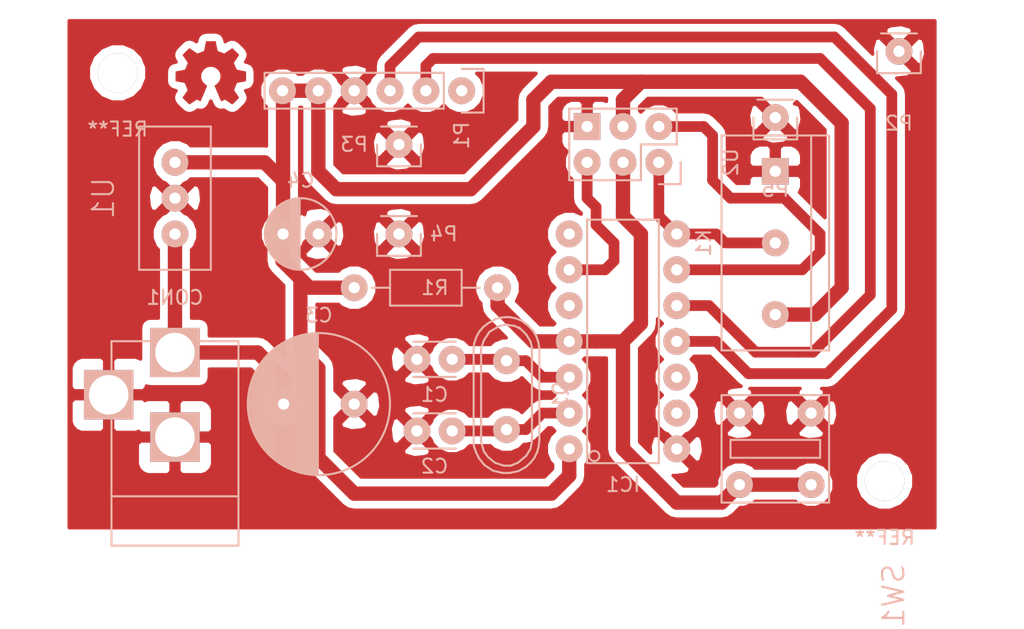
<source format=kicad_pcb>
(kicad_pcb (version 4) (host pcbnew 4.0.1-3.201512221401+6198~38~ubuntu15.10.1-stable)

  (general
    (links 39)
    (no_connects 2)
    (area 58.220536 59.055 135 111.285001)
    (thickness 1.6)
    (drawings 2)
    (tracks 104)
    (zones 0)
    (modules 20)
    (nets 17)
  )

  (page A4)
  (layers
    (0 F.Cu signal)
    (31 B.Cu signal)
    (32 B.Adhes user)
    (33 F.Adhes user)
    (34 B.Paste user)
    (35 F.Paste user)
    (36 B.SilkS user)
    (37 F.SilkS user)
    (38 B.Mask user)
    (39 F.Mask user)
    (40 Dwgs.User user)
    (41 Cmts.User user)
    (42 Eco1.User user)
    (43 Eco2.User user)
    (44 Edge.Cuts user)
    (45 Margin user)
    (46 B.CrtYd user)
    (47 F.CrtYd user)
    (48 B.Fab user)
    (49 F.Fab user)
  )

  (setup
    (last_trace_width 0.762)
    (trace_clearance 0.55)
    (zone_clearance 0.53)
    (zone_45_only no)
    (trace_min 0.2)
    (segment_width 0.2)
    (edge_width 0.15)
    (via_size 0.6)
    (via_drill 0.4)
    (via_min_size 0.4)
    (via_min_drill 0.3)
    (uvia_size 0.3)
    (uvia_drill 0.1)
    (uvias_allowed no)
    (uvia_min_size 0)
    (uvia_min_drill 0)
    (pcb_text_width 0.3)
    (pcb_text_size 1.5 1.5)
    (mod_edge_width 0.15)
    (mod_text_size 1 1)
    (mod_text_width 0.15)
    (pad_size 2.8 2.8)
    (pad_drill 2.8)
    (pad_to_mask_clearance 0.2)
    (aux_axis_origin 0 0)
    (visible_elements FFFFFF3F)
    (pcbplotparams
      (layerselection 0x00000_00000001)
      (usegerberextensions false)
      (excludeedgelayer true)
      (linewidth 0.100000)
      (plotframeref false)
      (viasonmask false)
      (mode 1)
      (useauxorigin false)
      (hpglpennumber 1)
      (hpglpenspeed 20)
      (hpglpendiameter 15)
      (hpglpenoverlay 2)
      (psnegative false)
      (psa4output false)
      (plotreference true)
      (plotvalue true)
      (plotinvisibletext false)
      (padsonsilk false)
      (subtractmaskfromsilk false)
      (outputformat 1)
      (mirror false)
      (drillshape 0)
      (scaleselection 1)
      (outputdirectory Gerbers/))
  )

  (net 0 "")
  (net 1 GND)
  (net 2 "Net-(C1-Pad2)")
  (net 3 "Net-(C2-Pad2)")
  (net 4 VCC)
  (net 5 "Net-(P1-Pad1)")
  (net 6 BRX)
  (net 7 BTX)
  (net 8 RST)
  (net 9 "Net-(IC1-Pad5)")
  (net 10 "Net-(IC1-Pad12)")
  (net 11 "Net-(IC1-Pad13)")
  (net 12 "Net-(C3-Pad2)")
  (net 13 MOSI)
  (net 14 "Net-(IC1-Pad7)")
  (net 15 MISO)
  (net 16 SCK)

  (net_class Default "This is the default net class."
    (clearance 0.55)
    (trace_width 0.762)
    (via_dia 0.6)
    (via_drill 0.4)
    (uvia_dia 0.3)
    (uvia_drill 0.1)
    (add_net BRX)
    (add_net BTX)
    (add_net MISO)
    (add_net MOSI)
    (add_net "Net-(C1-Pad2)")
    (add_net "Net-(C2-Pad2)")
    (add_net "Net-(IC1-Pad12)")
    (add_net "Net-(IC1-Pad13)")
    (add_net "Net-(IC1-Pad5)")
    (add_net "Net-(IC1-Pad7)")
    (add_net "Net-(P1-Pad1)")
    (add_net SCK)
  )

  (net_class PWR ""
    (clearance 0.55)
    (trace_width 1.016)
    (via_dia 0.6)
    (via_drill 0.4)
    (uvia_dia 0.3)
    (uvia_drill 0.1)
    (add_net GND)
    (add_net "Net-(C3-Pad2)")
    (add_net RST)
    (add_net VCC)
  )

  (module Mounting_Holes:MountingHole_2-7mm (layer B.Cu) (tedit 5681623D) (tstamp 56815FF1)
    (at 67.056 71.12)
    (descr "Mounting hole, Befestigungsbohrung, 2,7mm, No Annular, Kein Restring,")
    (tags "Mounting hole, Befestigungsbohrung, 2,7mm, No Annular, Kein Restring,")
    (fp_text reference REF** (at 0 4.0005) (layer B.SilkS)
      (effects (font (size 1 1) (thickness 0.15)) (justify mirror))
    )
    (fp_text value MountingHole_2-7mm (at 0.09906 -3.59918) (layer B.Fab)
      (effects (font (size 1 1) (thickness 0.15)) (justify mirror))
    )
    (fp_circle (center 0 0) (end 2.7 0) (layer Cmts.User) (width 0.381))
    (pad "" thru_hole circle (at 0 0) (size 2.8 2.8) (drill 2.8) (layers *.Cu *.Mask B.SilkS))
  )

  (module Mounting_Holes:MountingHole_2-7mm (layer B.Cu) (tedit 56816237) (tstamp 56815FCA)
    (at 121.412 100.076)
    (descr "Mounting hole, Befestigungsbohrung, 2,7mm, No Annular, Kein Restring,")
    (tags "Mounting hole, Befestigungsbohrung, 2,7mm, No Annular, Kein Restring,")
    (fp_text reference REF** (at 0 4.0005) (layer B.SilkS)
      (effects (font (size 1 1) (thickness 0.15)) (justify mirror))
    )
    (fp_text value MountingHole_2-7mm (at 0.09906 -3.59918) (layer B.Fab)
      (effects (font (size 1 1) (thickness 0.15)) (justify mirror))
    )
    (fp_circle (center 0 0) (end 2.7 0) (layer Cmts.User) (width 0.381))
    (pad "" thru_hole circle (at 0 0) (size 2.8 2.8) (drill 2.8) (layers *.Cu *.Mask B.SilkS))
  )

  (module library:LM7805 (layer B.Cu) (tedit 56815988) (tstamp 565EB519)
    (at 71.12 82.55 90)
    (path /568193C7)
    (fp_text reference U1 (at 2.54 -5.08 90) (layer B.SilkS)
      (effects (font (size 1.5 1.5) (thickness 0.15)) (justify mirror))
    )
    (fp_text value 7805 (at 2.54 5.08 90) (layer B.Fab)
      (effects (font (size 1.5 1.5) (thickness 0.15)) (justify mirror))
    )
    (fp_line (start 7.62 -2.54) (end 7.62 2.54) (layer B.SilkS) (width 0.15))
    (fp_line (start 7.62 2.54) (end -2.54 2.54) (layer B.SilkS) (width 0.15))
    (fp_line (start -2.54 2.54) (end -2.54 -2.54) (layer B.SilkS) (width 0.15))
    (fp_line (start -2.54 -2.54) (end 0 -2.54) (layer B.SilkS) (width 0.15))
    (fp_line (start 0 -2.54) (end 7.62 -2.54) (layer B.SilkS) (width 0.15))
    (pad VI thru_hole circle (at 0 0 90) (size 1.9 1.9) (drill 0.8) (layers *.Cu *.Mask B.SilkS)
      (net 12 "Net-(C3-Pad2)"))
    (pad GND thru_hole circle (at 2.54 0 90) (size 1.9 1.9) (drill 0.8) (layers *.Cu *.Mask B.SilkS)
      (net 1 GND))
    (pad VO thru_hole circle (at 5.08 0 90) (size 1.9 1.9) (drill 0.8) (layers *.Cu *.Mask B.SilkS)
      (net 4 VCC))
  )

  (module Pin_Headers:Pin_Header_Straight_2x03 (layer B.Cu) (tedit 56815DA7) (tstamp 56813D39)
    (at 105.41 77.47 90)
    (descr "Through hole pin header")
    (tags "pin header")
    (path /56817774)
    (fp_text reference U2 (at 0 5.1 90) (layer B.SilkS)
      (effects (font (size 1 1) (thickness 0.15)) (justify mirror))
    )
    (fp_text value ICSP (at 0 3.1 90) (layer B.Fab)
      (effects (font (size 1 1) (thickness 0.15)) (justify mirror))
    )
    (fp_line (start -1.27 -1.27) (end -1.27 -6.35) (layer B.SilkS) (width 0.15))
    (fp_line (start -1.55 1.55) (end 0 1.55) (layer B.SilkS) (width 0.15))
    (fp_line (start -1.75 1.75) (end -1.75 -6.85) (layer B.CrtYd) (width 0.05))
    (fp_line (start 4.3 1.75) (end 4.3 -6.85) (layer B.CrtYd) (width 0.05))
    (fp_line (start -1.75 1.75) (end 4.3 1.75) (layer B.CrtYd) (width 0.05))
    (fp_line (start -1.75 -6.85) (end 4.3 -6.85) (layer B.CrtYd) (width 0.05))
    (fp_line (start 1.27 1.27) (end 1.27 -1.27) (layer B.SilkS) (width 0.15))
    (fp_line (start 1.27 -1.27) (end -1.27 -1.27) (layer B.SilkS) (width 0.15))
    (fp_line (start -1.27 -6.35) (end 3.81 -6.35) (layer B.SilkS) (width 0.15))
    (fp_line (start 3.81 -6.35) (end 3.81 -1.27) (layer B.SilkS) (width 0.15))
    (fp_line (start -1.55 1.55) (end -1.55 0) (layer B.SilkS) (width 0.15))
    (fp_line (start 3.81 1.27) (end 1.27 1.27) (layer B.SilkS) (width 0.15))
    (fp_line (start 3.81 -1.27) (end 3.81 1.27) (layer B.SilkS) (width 0.15))
    (pad 1 thru_hole circle (at 0 0 90) (size 1.9 1.9) (drill 0.8) (layers *.Cu *.Mask B.SilkS)
      (net 15 MISO))
    (pad 2 thru_hole circle (at 2.54 0 90) (size 1.9 1.9) (drill 0.8) (layers *.Cu *.Mask B.SilkS)
      (net 16 SCK))
    (pad 3 thru_hole circle (at 0 -2.54 90) (size 1.9 1.9) (drill 0.8) (layers *.Cu *.Mask B.SilkS)
      (net 8 RST))
    (pad 4 thru_hole circle (at 2.54 -2.54 90) (size 1.9 1.9) (drill 0.8) (layers *.Cu *.Mask B.SilkS)
      (net 4 VCC))
    (pad 5 thru_hole circle (at 0 -5.08 90) (size 1.9 1.9) (drill 0.8) (layers *.Cu *.Mask B.SilkS)
      (net 13 MOSI))
    (pad 6 thru_hole rect (at 2.54 -5.08 90) (size 1.9 1.9) (drill 0.8) (layers *.Cu *.Mask B.SilkS)
      (net 1 GND))
    (model Pin_Headers.3dshapes/Pin_Header_Straight_2x03.wrl
      (at (xyz 0.05 -0.1 0))
      (scale (xyz 1 1 1))
      (rotate (xyz 0 0 90))
    )
  )

  (module Capacitors_ThroughHole:C_Disc_D3_P2.5 (layer B.Cu) (tedit 56815D36) (tstamp 565EB285)
    (at 88.265 91.44)
    (descr "Capacitor 3mm Disc, Pitch 2.5mm")
    (tags Capacitor)
    (path /5655C8E4)
    (fp_text reference C1 (at 1.25 2.5) (layer B.SilkS)
      (effects (font (size 1 1) (thickness 0.15)) (justify mirror))
    )
    (fp_text value 22pF (at 1.25 -2.5) (layer B.Fab)
      (effects (font (size 1 1) (thickness 0.15)) (justify mirror))
    )
    (fp_line (start -0.9 1.5) (end 3.4 1.5) (layer B.CrtYd) (width 0.05))
    (fp_line (start 3.4 1.5) (end 3.4 -1.5) (layer B.CrtYd) (width 0.05))
    (fp_line (start 3.4 -1.5) (end -0.9 -1.5) (layer B.CrtYd) (width 0.05))
    (fp_line (start -0.9 -1.5) (end -0.9 1.5) (layer B.CrtYd) (width 0.05))
    (fp_line (start -0.25 1.25) (end 2.75 1.25) (layer B.SilkS) (width 0.15))
    (fp_line (start 2.75 -1.25) (end -0.25 -1.25) (layer B.SilkS) (width 0.15))
    (pad 1 thru_hole circle (at 0 0) (size 1.9 1.9) (drill 0.8) (layers *.Cu *.Mask B.SilkS)
      (net 1 GND))
    (pad 2 thru_hole circle (at 2.5 0) (size 1.9 1.9) (drill 0.8) (layers *.Cu *.Mask B.SilkS)
      (net 2 "Net-(C1-Pad2)"))
    (model Capacitors_ThroughHole.3dshapes/C_Disc_D3_P2.5.wrl
      (at (xyz 0.0492126 0 0))
      (scale (xyz 1 1 1))
      (rotate (xyz 0 0 0))
    )
  )

  (module Capacitors_ThroughHole:C_Disc_D3_P2.5 (layer B.Cu) (tedit 56815D32) (tstamp 565EB28B)
    (at 88.265 96.52)
    (descr "Capacitor 3mm Disc, Pitch 2.5mm")
    (tags Capacitor)
    (path /5655C84D)
    (fp_text reference C2 (at 1.25 2.5) (layer B.SilkS)
      (effects (font (size 1 1) (thickness 0.15)) (justify mirror))
    )
    (fp_text value 22pF (at 1.25 -2.5) (layer B.Fab)
      (effects (font (size 1 1) (thickness 0.15)) (justify mirror))
    )
    (fp_line (start -0.9 1.5) (end 3.4 1.5) (layer B.CrtYd) (width 0.05))
    (fp_line (start 3.4 1.5) (end 3.4 -1.5) (layer B.CrtYd) (width 0.05))
    (fp_line (start 3.4 -1.5) (end -0.9 -1.5) (layer B.CrtYd) (width 0.05))
    (fp_line (start -0.9 -1.5) (end -0.9 1.5) (layer B.CrtYd) (width 0.05))
    (fp_line (start -0.25 1.25) (end 2.75 1.25) (layer B.SilkS) (width 0.15))
    (fp_line (start 2.75 -1.25) (end -0.25 -1.25) (layer B.SilkS) (width 0.15))
    (pad 1 thru_hole circle (at 0 0) (size 1.9 1.9) (drill 0.8) (layers *.Cu *.Mask B.SilkS)
      (net 1 GND))
    (pad 2 thru_hole circle (at 2.5 0) (size 1.9 1.9) (drill 0.8) (layers *.Cu *.Mask B.SilkS)
      (net 3 "Net-(C2-Pad2)"))
    (model Capacitors_ThroughHole.3dshapes/C_Disc_D3_P2.5.wrl
      (at (xyz 0.0492126 0 0))
      (scale (xyz 1 1 1))
      (rotate (xyz 0 0 0))
    )
  )

  (module Connect:BARREL_JACK (layer B.Cu) (tedit 56815969) (tstamp 565EB29E)
    (at 71.12 97.155 90)
    (descr "DC Barrel Jack")
    (tags "Power Jack")
    (path /5655D979)
    (fp_text reference CON1 (at 10.09904 0 360) (layer B.SilkS)
      (effects (font (size 1 1) (thickness 0.15)) (justify mirror))
    )
    (fp_text value BARREL_JACK (at 0 5.99948 90) (layer B.Fab)
      (effects (font (size 1 1) (thickness 0.15)) (justify mirror))
    )
    (fp_line (start -4.0005 4.50088) (end -4.0005 -4.50088) (layer B.SilkS) (width 0.15))
    (fp_line (start -7.50062 4.50088) (end -7.50062 -4.50088) (layer B.SilkS) (width 0.15))
    (fp_line (start -7.50062 -4.50088) (end 7.00024 -4.50088) (layer B.SilkS) (width 0.15))
    (fp_line (start 7.00024 -4.50088) (end 7.00024 4.50088) (layer B.SilkS) (width 0.15))
    (fp_line (start 7.00024 4.50088) (end -7.50062 4.50088) (layer B.SilkS) (width 0.15))
    (pad 1 thru_hole rect (at 6.20014 0 90) (size 3.50012 3.50012) (drill 2.8) (layers *.Cu *.Mask B.SilkS)
      (net 12 "Net-(C3-Pad2)"))
    (pad 2 thru_hole rect (at 0.20066 0 90) (size 3.50012 3.50012) (drill 2.8) (layers *.Cu *.Mask B.SilkS)
      (net 1 GND))
    (pad 3 thru_hole rect (at 3.2004 -4.699 90) (size 3.50012 3.50012) (drill 2.8) (layers *.Cu *.Mask B.SilkS)
      (net 1 GND))
  )

  (module Resistors_ThroughHole:Resistor_Horizontal_RM10mm (layer B.Cu) (tedit 56815D4A) (tstamp 565EB2C1)
    (at 88.9 86.36 180)
    (descr "Resistor, Axial,  RM 10mm, 1/3W,")
    (tags "Resistor, Axial, RM 10mm, 1/3W,")
    (path /5655D222)
    (fp_text reference R1 (at -0.635 0 180) (layer B.SilkS)
      (effects (font (size 1 1) (thickness 0.15)) (justify mirror))
    )
    (fp_text value 10K (at 3.81 -3.81 180) (layer B.Fab)
      (effects (font (size 1 1) (thickness 0.15)) (justify mirror))
    )
    (fp_line (start -2.54 1.27) (end 2.54 1.27) (layer B.SilkS) (width 0.15))
    (fp_line (start 2.54 1.27) (end 2.54 -1.27) (layer B.SilkS) (width 0.15))
    (fp_line (start 2.54 -1.27) (end -2.54 -1.27) (layer B.SilkS) (width 0.15))
    (fp_line (start -2.54 -1.27) (end -2.54 1.27) (layer B.SilkS) (width 0.15))
    (fp_line (start -2.54 0) (end -3.81 0) (layer B.SilkS) (width 0.15))
    (fp_line (start 2.54 0) (end 3.81 0) (layer B.SilkS) (width 0.15))
    (pad 1 thru_hole circle (at -5.08 0 180) (size 1.9 1.9) (drill 0.8) (layers *.Cu *.Mask B.SilkS)
      (net 8 RST))
    (pad 2 thru_hole circle (at 5.08 0 180) (size 1.9 1.9) (drill 0.8) (layers *.Cu *.Mask B.SilkS)
      (net 4 VCC))
    (model Resistors_ThroughHole.3dshapes/Resistor_Horizontal_RM10mm.wrl
      (at (xyz 0 0 0))
      (scale (xyz 0.4 0.4 0.4))
      (rotate (xyz 0 0 0))
    )
  )

  (module library:SW_PUSH (layer B.Cu) (tedit 56815D57) (tstamp 565EB2D5)
    (at 116.205 100.33 90)
    (path /5655D089)
    (fp_text reference SW1 (at -7.874 5.842 90) (layer B.SilkS)
      (effects (font (size 1.5 1.5) (thickness 0.15)) (justify mirror))
    )
    (fp_text value SW_PUSH (at 0.508 5.842 90) (layer B.Fab)
      (effects (font (size 1.5 1.5) (thickness 0.15)) (justify mirror))
    )
    (fp_line (start 1.905 0.635) (end 3.175 0.635) (layer B.SilkS) (width 0.15))
    (fp_line (start 3.175 0.635) (end 3.175 -5.715) (layer B.SilkS) (width 0.15))
    (fp_line (start 3.175 -5.715) (end 1.905 -5.715) (layer B.SilkS) (width 0.15))
    (fp_line (start 1.905 -5.715) (end 1.905 0.635) (layer B.SilkS) (width 0.15))
    (fp_line (start -1.27 1.27) (end 6.35 1.27) (layer B.SilkS) (width 0.15))
    (fp_line (start 6.35 1.27) (end 6.35 -6.35) (layer B.SilkS) (width 0.15))
    (fp_line (start 6.35 -6.35) (end -1.27 -6.35) (layer B.SilkS) (width 0.15))
    (fp_line (start -1.27 -6.35) (end -1.27 1.27) (layer B.SilkS) (width 0.15))
    (pad 1 thru_hole circle (at 0 0 90) (size 1.9 1.9) (drill 0.8) (layers *.Cu *.Mask B.SilkS)
      (net 8 RST))
    (pad 1 thru_hole circle (at 0 -5.08 90) (size 1.9 1.9) (drill 0.8) (layers *.Cu *.Mask B.SilkS)
      (net 8 RST))
    (pad 2 thru_hole circle (at 5.08 0 90) (size 1.9 1.9) (drill 0.8) (layers *.Cu *.Mask B.SilkS)
      (net 1 GND))
    (pad 2 thru_hole circle (at 5.08 -5.08 90) (size 1.9 1.9) (drill 0.8) (layers *.Cu *.Mask B.SilkS)
      (net 1 GND))
  )

  (module library:Attiny24-54-84 (layer B.Cu) (tedit 56815D43) (tstamp 565EB4D9)
    (at 99.06 97.79)
    (path /5655C5E9)
    (fp_text reference IC1 (at 3.81 2.54) (layer B.SilkS)
      (effects (font (size 1 1) (thickness 0.15)) (justify mirror))
    )
    (fp_text value ATTINY84-P (at 3.81 -7.112 270) (layer B.Fab)
      (effects (font (size 1 1) (thickness 0.15)) (justify mirror))
    )
    (fp_circle (center 1.778 0.508) (end 2.032 0.254) (layer B.SilkS) (width 0.15))
    (fp_line (start 1.27 1.016) (end 1.27 -16.256) (layer B.SilkS) (width 0.15))
    (fp_line (start 1.27 -16.256) (end 6.35 -16.256) (layer B.SilkS) (width 0.15))
    (fp_line (start 1.27 1.016) (end 6.35 1.016) (layer B.SilkS) (width 0.15))
    (fp_line (start 6.35 1.016) (end 6.35 -16.256) (layer B.SilkS) (width 0.15))
    (pad 1 thru_hole circle (at 0 0) (size 1.9 1.9) (drill 0.8) (layers *.Cu *.Mask B.SilkS)
      (net 4 VCC))
    (pad 2 thru_hole circle (at 0 -2.54) (size 1.9 1.9) (drill 0.8) (layers *.Cu *.Mask B.SilkS)
      (net 3 "Net-(C2-Pad2)"))
    (pad 3 thru_hole circle (at 0 -5.08) (size 1.9 1.9) (drill 0.8) (layers *.Cu *.Mask B.SilkS)
      (net 2 "Net-(C1-Pad2)"))
    (pad 4 thru_hole circle (at 0 -7.62) (size 1.9 1.9) (drill 0.8) (layers *.Cu *.Mask B.SilkS)
      (net 8 RST))
    (pad 5 thru_hole circle (at 0 -10.16) (size 1.9 1.9) (drill 0.8) (layers *.Cu *.Mask B.SilkS)
      (net 9 "Net-(IC1-Pad5)"))
    (pad 6 thru_hole circle (at 0 -12.7) (size 1.9 1.9) (drill 0.8) (layers *.Cu *.Mask B.SilkS)
      (net 13 MOSI))
    (pad 7 thru_hole circle (at 0 -15.24) (size 1.9 1.9) (drill 0.8) (layers *.Cu *.Mask B.SilkS)
      (net 14 "Net-(IC1-Pad7)"))
    (pad 8 thru_hole circle (at 7.62 -15.24) (size 1.9 1.9) (drill 0.8) (layers *.Cu *.Mask B.SilkS)
      (net 15 MISO))
    (pad 9 thru_hole circle (at 7.62 -12.7) (size 1.9 1.9) (drill 0.8) (layers *.Cu *.Mask B.SilkS)
      (net 16 SCK))
    (pad 10 thru_hole circle (at 7.62 -10.16) (size 1.9 1.9) (drill 0.8) (layers *.Cu *.Mask B.SilkS)
      (net 6 BRX))
    (pad 11 thru_hole circle (at 7.62 -7.62) (size 1.9 1.9) (drill 0.8) (layers *.Cu *.Mask B.SilkS)
      (net 7 BTX))
    (pad 12 thru_hole circle (at 7.62 -5.08) (size 1.9 1.9) (drill 0.8) (layers *.Cu *.Mask B.SilkS)
      (net 10 "Net-(IC1-Pad12)"))
    (pad 13 thru_hole circle (at 7.62 -2.54) (size 1.9 1.9) (drill 0.8) (layers *.Cu *.Mask B.SilkS)
      (net 11 "Net-(IC1-Pad13)"))
    (pad 14 thru_hole circle (at 7.62 0) (size 1.9 1.9) (drill 0.8) (layers *.Cu *.Mask B.SilkS)
      (net 1 GND))
  )

  (module Crystals:Crystal_HC49-U_Vertical (layer B.Cu) (tedit 56815D3F) (tstamp 565EB512)
    (at 94.615 93.98 90)
    (descr "Crystal, Quarz, HC49/U, vertical, stehend,")
    (tags "Crystal, Quarz, HC49/U, vertical, stehend,")
    (path /5655C670)
    (fp_text reference Q1 (at 0 3.81 90) (layer B.SilkS)
      (effects (font (size 1 1) (thickness 0.15)) (justify mirror))
    )
    (fp_text value HC49 (at 0 -3.81 90) (layer B.Fab)
      (effects (font (size 1 1) (thickness 0.15)) (justify mirror))
    )
    (fp_line (start 4.699 1.00076) (end 4.89966 0.59944) (layer B.SilkS) (width 0.15))
    (fp_line (start 4.89966 0.59944) (end 5.00126 0) (layer B.SilkS) (width 0.15))
    (fp_line (start 5.00126 0) (end 4.89966 -0.50038) (layer B.SilkS) (width 0.15))
    (fp_line (start 4.89966 -0.50038) (end 4.50088 -1.19888) (layer B.SilkS) (width 0.15))
    (fp_line (start 4.50088 -1.19888) (end 3.8989 -1.6002) (layer B.SilkS) (width 0.15))
    (fp_line (start 3.8989 -1.6002) (end 3.29946 -1.80086) (layer B.SilkS) (width 0.15))
    (fp_line (start 3.29946 -1.80086) (end -3.29946 -1.80086) (layer B.SilkS) (width 0.15))
    (fp_line (start -3.29946 -1.80086) (end -4.0005 -1.6002) (layer B.SilkS) (width 0.15))
    (fp_line (start -4.0005 -1.6002) (end -4.39928 -1.30048) (layer B.SilkS) (width 0.15))
    (fp_line (start -4.39928 -1.30048) (end -4.8006 -0.8001) (layer B.SilkS) (width 0.15))
    (fp_line (start -4.8006 -0.8001) (end -5.00126 -0.20066) (layer B.SilkS) (width 0.15))
    (fp_line (start -5.00126 -0.20066) (end -5.00126 0.29972) (layer B.SilkS) (width 0.15))
    (fp_line (start -5.00126 0.29972) (end -4.8006 0.8001) (layer B.SilkS) (width 0.15))
    (fp_line (start -4.8006 0.8001) (end -4.30022 1.39954) (layer B.SilkS) (width 0.15))
    (fp_line (start -4.30022 1.39954) (end -3.79984 1.69926) (layer B.SilkS) (width 0.15))
    (fp_line (start -3.79984 1.69926) (end -3.29946 1.80086) (layer B.SilkS) (width 0.15))
    (fp_line (start -3.2004 1.80086) (end 3.40106 1.80086) (layer B.SilkS) (width 0.15))
    (fp_line (start 3.40106 1.80086) (end 3.79984 1.69926) (layer B.SilkS) (width 0.15))
    (fp_line (start 3.79984 1.69926) (end 4.30022 1.39954) (layer B.SilkS) (width 0.15))
    (fp_line (start 4.30022 1.39954) (end 4.8006 0.89916) (layer B.SilkS) (width 0.15))
    (fp_line (start -3.19024 2.32918) (end -3.64998 2.28092) (layer B.SilkS) (width 0.15))
    (fp_line (start -3.64998 2.28092) (end -4.04876 2.16916) (layer B.SilkS) (width 0.15))
    (fp_line (start -4.04876 2.16916) (end -4.48056 1.95072) (layer B.SilkS) (width 0.15))
    (fp_line (start -4.48056 1.95072) (end -4.77012 1.71958) (layer B.SilkS) (width 0.15))
    (fp_line (start -4.77012 1.71958) (end -5.10032 1.36906) (layer B.SilkS) (width 0.15))
    (fp_line (start -5.10032 1.36906) (end -5.38988 0.83058) (layer B.SilkS) (width 0.15))
    (fp_line (start -5.38988 0.83058) (end -5.51942 0.23114) (layer B.SilkS) (width 0.15))
    (fp_line (start -5.51942 0.23114) (end -5.51942 -0.2794) (layer B.SilkS) (width 0.15))
    (fp_line (start -5.51942 -0.2794) (end -5.34924 -0.98044) (layer B.SilkS) (width 0.15))
    (fp_line (start -5.34924 -0.98044) (end -4.95046 -1.56972) (layer B.SilkS) (width 0.15))
    (fp_line (start -4.95046 -1.56972) (end -4.49072 -1.94056) (layer B.SilkS) (width 0.15))
    (fp_line (start -4.49072 -1.94056) (end -4.06908 -2.14884) (layer B.SilkS) (width 0.15))
    (fp_line (start -4.06908 -2.14884) (end -3.6195 -2.30886) (layer B.SilkS) (width 0.15))
    (fp_line (start -3.6195 -2.30886) (end -3.18008 -2.33934) (layer B.SilkS) (width 0.15))
    (fp_line (start 4.16052 -2.1209) (end 4.53898 -1.89992) (layer B.SilkS) (width 0.15))
    (fp_line (start 4.53898 -1.89992) (end 4.85902 -1.62052) (layer B.SilkS) (width 0.15))
    (fp_line (start 4.85902 -1.62052) (end 5.11048 -1.29032) (layer B.SilkS) (width 0.15))
    (fp_line (start 5.11048 -1.29032) (end 5.4102 -0.73914) (layer B.SilkS) (width 0.15))
    (fp_line (start 5.4102 -0.73914) (end 5.51942 -0.26924) (layer B.SilkS) (width 0.15))
    (fp_line (start 5.51942 -0.26924) (end 5.53974 0.1905) (layer B.SilkS) (width 0.15))
    (fp_line (start 5.53974 0.1905) (end 5.45084 0.65024) (layer B.SilkS) (width 0.15))
    (fp_line (start 5.45084 0.65024) (end 5.26034 1.09982) (layer B.SilkS) (width 0.15))
    (fp_line (start 5.26034 1.09982) (end 4.89966 1.56972) (layer B.SilkS) (width 0.15))
    (fp_line (start 4.89966 1.56972) (end 4.54914 1.88976) (layer B.SilkS) (width 0.15))
    (fp_line (start 4.54914 1.88976) (end 4.16052 2.1209) (layer B.SilkS) (width 0.15))
    (fp_line (start 4.16052 2.1209) (end 3.73126 2.2606) (layer B.SilkS) (width 0.15))
    (fp_line (start 3.73126 2.2606) (end 3.2893 2.32918) (layer B.SilkS) (width 0.15))
    (fp_line (start -3.2004 -2.32918) (end 3.2512 -2.32918) (layer B.SilkS) (width 0.15))
    (fp_line (start 3.2512 -2.32918) (end 3.6703 -2.29108) (layer B.SilkS) (width 0.15))
    (fp_line (start 3.6703 -2.29108) (end 4.16052 -2.1209) (layer B.SilkS) (width 0.15))
    (fp_line (start -3.2004 2.32918) (end 3.2512 2.32918) (layer B.SilkS) (width 0.15))
    (pad 1 thru_hole circle (at -2.44094 0 90) (size 1.9 1.9) (drill 0.8) (layers *.Cu *.Mask B.SilkS)
      (net 3 "Net-(C2-Pad2)"))
    (pad 2 thru_hole circle (at 2.44094 0 90) (size 1.9 1.9) (drill 0.8) (layers *.Cu *.Mask B.SilkS)
      (net 2 "Net-(C1-Pad2)"))
  )

  (module Pin_Headers:Pin_Header_Straight_1x01 (layer B.Cu) (tedit 56815D0C) (tstamp 565EC254)
    (at 86.995 76.2)
    (descr "Through hole pin header")
    (tags "pin header")
    (path /565EC27F)
    (fp_text reference P3 (at -3.175 0) (layer B.SilkS)
      (effects (font (size 1 1) (thickness 0.15)) (justify mirror))
    )
    (fp_text value CONN_01X01 (at 0 3.1) (layer B.Fab)
      (effects (font (size 1 1) (thickness 0.15)) (justify mirror))
    )
    (fp_line (start 1.55 1.55) (end 1.55 0) (layer B.SilkS) (width 0.15))
    (fp_line (start -1.75 1.75) (end -1.75 -1.75) (layer B.CrtYd) (width 0.05))
    (fp_line (start 1.75 1.75) (end 1.75 -1.75) (layer B.CrtYd) (width 0.05))
    (fp_line (start -1.75 1.75) (end 1.75 1.75) (layer B.CrtYd) (width 0.05))
    (fp_line (start -1.75 -1.75) (end 1.75 -1.75) (layer B.CrtYd) (width 0.05))
    (fp_line (start -1.55 0) (end -1.55 1.55) (layer B.SilkS) (width 0.15))
    (fp_line (start -1.55 1.55) (end 1.55 1.55) (layer B.SilkS) (width 0.15))
    (fp_line (start -1.27 -1.27) (end 1.27 -1.27) (layer B.SilkS) (width 0.15))
    (pad 1 thru_hole circle (at 0 0) (size 1.9 1.9) (drill 0.8) (layers *.Cu *.Mask B.SilkS)
      (net 1 GND))
    (model Pin_Headers.3dshapes/Pin_Header_Straight_1x01.wrl
      (at (xyz 0 0 0))
      (scale (xyz 1 1 1))
      (rotate (xyz 0 0 90))
    )
  )

  (module Pin_Headers:Pin_Header_Straight_1x01 (layer B.Cu) (tedit 56815D18) (tstamp 565EC259)
    (at 86.995 82.55)
    (descr "Through hole pin header")
    (tags "pin header")
    (path /565EBF54)
    (fp_text reference P4 (at 3.175 0) (layer B.SilkS)
      (effects (font (size 1 1) (thickness 0.15)) (justify mirror))
    )
    (fp_text value CONN_01X01 (at 0 3.1) (layer B.Fab)
      (effects (font (size 1 1) (thickness 0.15)) (justify mirror))
    )
    (fp_line (start 1.55 1.55) (end 1.55 0) (layer B.SilkS) (width 0.15))
    (fp_line (start -1.75 1.75) (end -1.75 -1.75) (layer B.CrtYd) (width 0.05))
    (fp_line (start 1.75 1.75) (end 1.75 -1.75) (layer B.CrtYd) (width 0.05))
    (fp_line (start -1.75 1.75) (end 1.75 1.75) (layer B.CrtYd) (width 0.05))
    (fp_line (start -1.75 -1.75) (end 1.75 -1.75) (layer B.CrtYd) (width 0.05))
    (fp_line (start -1.55 0) (end -1.55 1.55) (layer B.SilkS) (width 0.15))
    (fp_line (start -1.55 1.55) (end 1.55 1.55) (layer B.SilkS) (width 0.15))
    (fp_line (start -1.27 -1.27) (end 1.27 -1.27) (layer B.SilkS) (width 0.15))
    (pad 1 thru_hole circle (at 0 0) (size 1.9 1.9) (drill 0.8) (layers *.Cu *.Mask B.SilkS)
      (net 1 GND))
    (model Pin_Headers.3dshapes/Pin_Header_Straight_1x01.wrl
      (at (xyz 0 0 0))
      (scale (xyz 1 1 1))
      (rotate (xyz 0 0 90))
    )
  )

  (module Connect:bornier3 (layer B.Cu) (tedit 56815D7B) (tstamp 56813D2F)
    (at 113.665 83.185 270)
    (descr "Bornier d'alimentation 3 pins")
    (tags DEV)
    (path /56816C70)
    (fp_text reference K1 (at 0 5.08 270) (layer B.SilkS)
      (effects (font (size 1 1) (thickness 0.15)) (justify mirror))
    )
    (fp_text value CONN_3_V (at 0 -5.08 270) (layer B.Fab)
      (effects (font (size 1 1) (thickness 0.15)) (justify mirror))
    )
    (fp_line (start -7.62 -3.81) (end -7.62 3.81) (layer B.SilkS) (width 0.15))
    (fp_line (start 7.62 -3.81) (end 7.62 3.81) (layer B.SilkS) (width 0.15))
    (fp_line (start -7.62 -2.54) (end 7.62 -2.54) (layer B.SilkS) (width 0.15))
    (fp_line (start -7.62 3.81) (end 7.62 3.81) (layer B.SilkS) (width 0.15))
    (fp_line (start -7.62 -3.81) (end 7.62 -3.81) (layer B.SilkS) (width 0.15))
    (pad 1 thru_hole rect (at -5.08 0 270) (size 1.9 1.9) (drill 0.8) (layers *.Cu *.Mask B.SilkS)
      (net 1 GND))
    (pad 2 thru_hole circle (at 0 0 270) (size 1.9 1.9) (drill 0.8) (layers *.Cu *.Mask B.SilkS)
      (net 15 MISO))
    (pad 3 thru_hole circle (at 5.08 0 270) (size 1.9 1.9) (drill 0.8) (layers *.Cu *.Mask B.SilkS)
      (net 4 VCC))
    (model Connect.3dshapes/bornier3.wrl
      (at (xyz 0 0 0))
      (scale (xyz 1 1 1))
      (rotate (xyz 0 0 0))
    )
  )

  (module Capacitors_ThroughHole:C_Radial_D10_L13_P5 (layer B.Cu) (tedit 56815D2B) (tstamp 56813F69)
    (at 83.82 94.615 180)
    (descr "Radial Electrolytic Capacitor Diameter 10mm x Length 13mm, Pitch 5mm")
    (tags "Electrolytic Capacitor")
    (path /56819631)
    (fp_text reference C3 (at 2.5 6.3 180) (layer B.SilkS)
      (effects (font (size 1 1) (thickness 0.15)) (justify mirror))
    )
    (fp_text value 100uF (at 2.5 -6.3 180) (layer B.Fab)
      (effects (font (size 1 1) (thickness 0.15)) (justify mirror))
    )
    (fp_line (start 2.575 4.999) (end 2.575 -4.999) (layer B.SilkS) (width 0.15))
    (fp_line (start 2.715 4.995) (end 2.715 -4.995) (layer B.SilkS) (width 0.15))
    (fp_line (start 2.855 4.987) (end 2.855 -4.987) (layer B.SilkS) (width 0.15))
    (fp_line (start 2.995 4.975) (end 2.995 -4.975) (layer B.SilkS) (width 0.15))
    (fp_line (start 3.135 4.96) (end 3.135 -4.96) (layer B.SilkS) (width 0.15))
    (fp_line (start 3.275 4.94) (end 3.275 -4.94) (layer B.SilkS) (width 0.15))
    (fp_line (start 3.415 4.916) (end 3.415 -4.916) (layer B.SilkS) (width 0.15))
    (fp_line (start 3.555 4.887) (end 3.555 -4.887) (layer B.SilkS) (width 0.15))
    (fp_line (start 3.695 4.855) (end 3.695 -4.855) (layer B.SilkS) (width 0.15))
    (fp_line (start 3.835 4.818) (end 3.835 -4.818) (layer B.SilkS) (width 0.15))
    (fp_line (start 3.975 4.777) (end 3.975 -4.777) (layer B.SilkS) (width 0.15))
    (fp_line (start 4.115 4.732) (end 4.115 0.466) (layer B.SilkS) (width 0.15))
    (fp_line (start 4.115 -0.466) (end 4.115 -4.732) (layer B.SilkS) (width 0.15))
    (fp_line (start 4.255 4.682) (end 4.255 0.667) (layer B.SilkS) (width 0.15))
    (fp_line (start 4.255 -0.667) (end 4.255 -4.682) (layer B.SilkS) (width 0.15))
    (fp_line (start 4.395 4.627) (end 4.395 0.796) (layer B.SilkS) (width 0.15))
    (fp_line (start 4.395 -0.796) (end 4.395 -4.627) (layer B.SilkS) (width 0.15))
    (fp_line (start 4.535 4.567) (end 4.535 0.885) (layer B.SilkS) (width 0.15))
    (fp_line (start 4.535 -0.885) (end 4.535 -4.567) (layer B.SilkS) (width 0.15))
    (fp_line (start 4.675 4.502) (end 4.675 0.946) (layer B.SilkS) (width 0.15))
    (fp_line (start 4.675 -0.946) (end 4.675 -4.502) (layer B.SilkS) (width 0.15))
    (fp_line (start 4.815 4.432) (end 4.815 0.983) (layer B.SilkS) (width 0.15))
    (fp_line (start 4.815 -0.983) (end 4.815 -4.432) (layer B.SilkS) (width 0.15))
    (fp_line (start 4.955 4.356) (end 4.955 0.999) (layer B.SilkS) (width 0.15))
    (fp_line (start 4.955 -0.999) (end 4.955 -4.356) (layer B.SilkS) (width 0.15))
    (fp_line (start 5.095 4.274) (end 5.095 0.995) (layer B.SilkS) (width 0.15))
    (fp_line (start 5.095 -0.995) (end 5.095 -4.274) (layer B.SilkS) (width 0.15))
    (fp_line (start 5.235 4.186) (end 5.235 0.972) (layer B.SilkS) (width 0.15))
    (fp_line (start 5.235 -0.972) (end 5.235 -4.186) (layer B.SilkS) (width 0.15))
    (fp_line (start 5.375 4.091) (end 5.375 0.927) (layer B.SilkS) (width 0.15))
    (fp_line (start 5.375 -0.927) (end 5.375 -4.091) (layer B.SilkS) (width 0.15))
    (fp_line (start 5.515 3.989) (end 5.515 0.857) (layer B.SilkS) (width 0.15))
    (fp_line (start 5.515 -0.857) (end 5.515 -3.989) (layer B.SilkS) (width 0.15))
    (fp_line (start 5.655 3.879) (end 5.655 0.756) (layer B.SilkS) (width 0.15))
    (fp_line (start 5.655 -0.756) (end 5.655 -3.879) (layer B.SilkS) (width 0.15))
    (fp_line (start 5.795 3.761) (end 5.795 0.607) (layer B.SilkS) (width 0.15))
    (fp_line (start 5.795 -0.607) (end 5.795 -3.761) (layer B.SilkS) (width 0.15))
    (fp_line (start 5.935 3.633) (end 5.935 0.355) (layer B.SilkS) (width 0.15))
    (fp_line (start 5.935 -0.355) (end 5.935 -3.633) (layer B.SilkS) (width 0.15))
    (fp_line (start 6.075 3.496) (end 6.075 -3.496) (layer B.SilkS) (width 0.15))
    (fp_line (start 6.215 3.346) (end 6.215 -3.346) (layer B.SilkS) (width 0.15))
    (fp_line (start 6.355 3.184) (end 6.355 -3.184) (layer B.SilkS) (width 0.15))
    (fp_line (start 6.495 3.007) (end 6.495 -3.007) (layer B.SilkS) (width 0.15))
    (fp_line (start 6.635 2.811) (end 6.635 -2.811) (layer B.SilkS) (width 0.15))
    (fp_line (start 6.775 2.593) (end 6.775 -2.593) (layer B.SilkS) (width 0.15))
    (fp_line (start 6.915 2.347) (end 6.915 -2.347) (layer B.SilkS) (width 0.15))
    (fp_line (start 7.055 2.062) (end 7.055 -2.062) (layer B.SilkS) (width 0.15))
    (fp_line (start 7.195 1.72) (end 7.195 -1.72) (layer B.SilkS) (width 0.15))
    (fp_line (start 7.335 1.274) (end 7.335 -1.274) (layer B.SilkS) (width 0.15))
    (fp_line (start 7.475 0.499) (end 7.475 -0.499) (layer B.SilkS) (width 0.15))
    (fp_circle (center 5 0) (end 5 1) (layer B.SilkS) (width 0.15))
    (fp_circle (center 2.5 0) (end 2.5 5.0375) (layer B.SilkS) (width 0.15))
    (fp_circle (center 2.5 0) (end 2.5 5.3) (layer B.CrtYd) (width 0.05))
    (pad 1 thru_hole circle (at 0 0 180) (size 1.9 1.9) (drill 0.8) (layers *.Cu *.Mask B.SilkS)
      (net 1 GND))
    (pad 2 thru_hole circle (at 5 0 180) (size 1.9 1.9) (drill 0.8) (layers *.Cu *.Mask B.SilkS)
      (net 12 "Net-(C3-Pad2)"))
    (model Capacitors_ThroughHole.3dshapes/C_Radial_D10_L13_P5.wrl
      (at (xyz 0.0984252 0 0))
      (scale (xyz 1 1 1))
      (rotate (xyz 0 0 90))
    )
  )

  (module Capacitors_ThroughHole:C_Radial_D5_L6_P2.5 (layer B.Cu) (tedit 56815D24) (tstamp 56813F6E)
    (at 81.28 82.55 180)
    (descr "Radial Electrolytic Capacitor Diameter 5mm x Length 6mm, Pitch 2.5mm")
    (tags "Electrolytic Capacitor")
    (path /568197BD)
    (fp_text reference C4 (at 1.25 3.8 180) (layer B.SilkS)
      (effects (font (size 1 1) (thickness 0.15)) (justify mirror))
    )
    (fp_text value 10uF (at 1.25 -3.8 180) (layer B.Fab)
      (effects (font (size 1 1) (thickness 0.15)) (justify mirror))
    )
    (fp_line (start 1.325 2.499) (end 1.325 -2.499) (layer B.SilkS) (width 0.15))
    (fp_line (start 1.465 2.491) (end 1.465 -2.491) (layer B.SilkS) (width 0.15))
    (fp_line (start 1.605 2.475) (end 1.605 0.095) (layer B.SilkS) (width 0.15))
    (fp_line (start 1.605 -0.095) (end 1.605 -2.475) (layer B.SilkS) (width 0.15))
    (fp_line (start 1.745 2.451) (end 1.745 0.49) (layer B.SilkS) (width 0.15))
    (fp_line (start 1.745 -0.49) (end 1.745 -2.451) (layer B.SilkS) (width 0.15))
    (fp_line (start 1.885 2.418) (end 1.885 0.657) (layer B.SilkS) (width 0.15))
    (fp_line (start 1.885 -0.657) (end 1.885 -2.418) (layer B.SilkS) (width 0.15))
    (fp_line (start 2.025 2.377) (end 2.025 0.764) (layer B.SilkS) (width 0.15))
    (fp_line (start 2.025 -0.764) (end 2.025 -2.377) (layer B.SilkS) (width 0.15))
    (fp_line (start 2.165 2.327) (end 2.165 0.835) (layer B.SilkS) (width 0.15))
    (fp_line (start 2.165 -0.835) (end 2.165 -2.327) (layer B.SilkS) (width 0.15))
    (fp_line (start 2.305 2.266) (end 2.305 0.879) (layer B.SilkS) (width 0.15))
    (fp_line (start 2.305 -0.879) (end 2.305 -2.266) (layer B.SilkS) (width 0.15))
    (fp_line (start 2.445 2.196) (end 2.445 0.898) (layer B.SilkS) (width 0.15))
    (fp_line (start 2.445 -0.898) (end 2.445 -2.196) (layer B.SilkS) (width 0.15))
    (fp_line (start 2.585 2.114) (end 2.585 0.896) (layer B.SilkS) (width 0.15))
    (fp_line (start 2.585 -0.896) (end 2.585 -2.114) (layer B.SilkS) (width 0.15))
    (fp_line (start 2.725 2.019) (end 2.725 0.871) (layer B.SilkS) (width 0.15))
    (fp_line (start 2.725 -0.871) (end 2.725 -2.019) (layer B.SilkS) (width 0.15))
    (fp_line (start 2.865 1.908) (end 2.865 0.823) (layer B.SilkS) (width 0.15))
    (fp_line (start 2.865 -0.823) (end 2.865 -1.908) (layer B.SilkS) (width 0.15))
    (fp_line (start 3.005 1.78) (end 3.005 0.745) (layer B.SilkS) (width 0.15))
    (fp_line (start 3.005 -0.745) (end 3.005 -1.78) (layer B.SilkS) (width 0.15))
    (fp_line (start 3.145 1.631) (end 3.145 0.628) (layer B.SilkS) (width 0.15))
    (fp_line (start 3.145 -0.628) (end 3.145 -1.631) (layer B.SilkS) (width 0.15))
    (fp_line (start 3.285 1.452) (end 3.285 0.44) (layer B.SilkS) (width 0.15))
    (fp_line (start 3.285 -0.44) (end 3.285 -1.452) (layer B.SilkS) (width 0.15))
    (fp_line (start 3.425 1.233) (end 3.425 -1.233) (layer B.SilkS) (width 0.15))
    (fp_line (start 3.565 0.944) (end 3.565 -0.944) (layer B.SilkS) (width 0.15))
    (fp_line (start 3.705 0.472) (end 3.705 -0.472) (layer B.SilkS) (width 0.15))
    (fp_circle (center 2.5 0) (end 2.5 0.9) (layer B.SilkS) (width 0.15))
    (fp_circle (center 1.25 0) (end 1.25 2.5375) (layer B.SilkS) (width 0.15))
    (fp_circle (center 1.25 0) (end 1.25 2.8) (layer B.CrtYd) (width 0.05))
    (pad 1 thru_hole circle (at 0 0 180) (size 1.9 1.9) (drill 0.8) (layers *.Cu *.Mask B.SilkS)
      (net 1 GND))
    (pad 2 thru_hole circle (at 2.5 0 180) (size 1.9 1.9) (drill 0.8) (layers *.Cu *.Mask B.SilkS)
      (net 4 VCC))
    (model Capacitors_ThroughHole.3dshapes/C_Radial_D5_L6_P2.5.wrl
      (at (xyz 0.0492126 0 0))
      (scale (xyz 1 1 1))
      (rotate (xyz 0 0 90))
    )
  )

  (module Pin_Headers:Pin_Header_Straight_1x06 (layer B.Cu) (tedit 56815CF6) (tstamp 56814020)
    (at 91.44 72.39 90)
    (descr "Through hole pin header")
    (tags "pin header")
    (path /568168DC)
    (fp_text reference P1 (at -3.175 0 90) (layer B.SilkS)
      (effects (font (size 1 1) (thickness 0.15)) (justify mirror))
    )
    (fp_text value BT_Header-1x06 (at 0 3.1 90) (layer B.Fab)
      (effects (font (size 1 1) (thickness 0.15)) (justify mirror))
    )
    (fp_line (start -1.75 1.75) (end -1.75 -14.45) (layer B.CrtYd) (width 0.05))
    (fp_line (start 1.75 1.75) (end 1.75 -14.45) (layer B.CrtYd) (width 0.05))
    (fp_line (start -1.75 1.75) (end 1.75 1.75) (layer B.CrtYd) (width 0.05))
    (fp_line (start -1.75 -14.45) (end 1.75 -14.45) (layer B.CrtYd) (width 0.05))
    (fp_line (start 1.27 -1.27) (end 1.27 -13.97) (layer B.SilkS) (width 0.15))
    (fp_line (start 1.27 -13.97) (end -1.27 -13.97) (layer B.SilkS) (width 0.15))
    (fp_line (start -1.27 -13.97) (end -1.27 -1.27) (layer B.SilkS) (width 0.15))
    (fp_line (start 1.55 1.55) (end 1.55 0) (layer B.SilkS) (width 0.15))
    (fp_line (start 1.27 -1.27) (end -1.27 -1.27) (layer B.SilkS) (width 0.15))
    (fp_line (start -1.55 0) (end -1.55 1.55) (layer B.SilkS) (width 0.15))
    (fp_line (start -1.55 1.55) (end 1.55 1.55) (layer B.SilkS) (width 0.15))
    (pad 1 thru_hole circle (at 0 0 90) (size 1.9 1.9) (drill 0.8) (layers *.Cu *.Mask B.SilkS)
      (net 5 "Net-(P1-Pad1)"))
    (pad 2 thru_hole circle (at 0 -2.54 90) (size 1.9 1.9) (drill 0.8) (layers *.Cu *.Mask B.SilkS)
      (net 6 BRX))
    (pad 3 thru_hole circle (at 0 -5.08 90) (size 1.9 1.9) (drill 0.8) (layers *.Cu *.Mask B.SilkS)
      (net 7 BTX))
    (pad 4 thru_hole circle (at 0 -7.62 90) (size 1.9 1.9) (drill 0.8) (layers *.Cu *.Mask B.SilkS)
      (net 1 GND))
    (pad 5 thru_hole circle (at 0 -10.16 90) (size 1.9 1.9) (drill 0.8) (layers *.Cu *.Mask B.SilkS)
      (net 4 VCC))
    (pad 6 thru_hole circle (at 0 -12.7 90) (size 1.9 1.9) (drill 0.8) (layers *.Cu *.Mask B.SilkS)
      (net 4 VCC))
    (model Pin_Headers.3dshapes/Pin_Header_Straight_1x06.wrl
      (at (xyz 0 -0.25 0))
      (scale (xyz 1 1 1))
      (rotate (xyz 0 0 90))
    )
  )

  (module Pin_Headers:Pin_Header_Straight_1x01 (layer B.Cu) (tedit 56815D84) (tstamp 56814283)
    (at 122.428 69.596)
    (descr "Through hole pin header")
    (tags "pin header")
    (path /5681A9C2)
    (fp_text reference P2 (at 0 5.1) (layer B.SilkS)
      (effects (font (size 1 1) (thickness 0.15)) (justify mirror))
    )
    (fp_text value CONN_01X01 (at 0 3.1) (layer B.Fab)
      (effects (font (size 1 1) (thickness 0.15)) (justify mirror))
    )
    (fp_line (start 1.55 1.55) (end 1.55 0) (layer B.SilkS) (width 0.15))
    (fp_line (start -1.75 1.75) (end -1.75 -1.75) (layer B.CrtYd) (width 0.05))
    (fp_line (start 1.75 1.75) (end 1.75 -1.75) (layer B.CrtYd) (width 0.05))
    (fp_line (start -1.75 1.75) (end 1.75 1.75) (layer B.CrtYd) (width 0.05))
    (fp_line (start -1.75 -1.75) (end 1.75 -1.75) (layer B.CrtYd) (width 0.05))
    (fp_line (start -1.55 0) (end -1.55 1.55) (layer B.SilkS) (width 0.15))
    (fp_line (start -1.55 1.55) (end 1.55 1.55) (layer B.SilkS) (width 0.15))
    (fp_line (start -1.27 -1.27) (end 1.27 -1.27) (layer B.SilkS) (width 0.15))
    (pad 1 thru_hole circle (at 0 0) (size 1.9 1.9) (drill 0.8) (layers *.Cu *.Mask B.SilkS)
      (net 1 GND))
    (model Pin_Headers.3dshapes/Pin_Header_Straight_1x01.wrl
      (at (xyz 0 0 0))
      (scale (xyz 1 1 1))
      (rotate (xyz 0 0 90))
    )
  )

  (module Pin_Headers:Pin_Header_Straight_1x01 (layer B.Cu) (tedit 56815D80) (tstamp 56814288)
    (at 113.665 74.295)
    (descr "Through hole pin header")
    (tags "pin header")
    (path /5681A9BC)
    (fp_text reference P5 (at 0 5.1) (layer B.SilkS)
      (effects (font (size 1 1) (thickness 0.15)) (justify mirror))
    )
    (fp_text value CONN_01X01 (at 0 3.1) (layer B.Fab)
      (effects (font (size 1 1) (thickness 0.15)) (justify mirror))
    )
    (fp_line (start 1.55 1.55) (end 1.55 0) (layer B.SilkS) (width 0.15))
    (fp_line (start -1.75 1.75) (end -1.75 -1.75) (layer B.CrtYd) (width 0.05))
    (fp_line (start 1.75 1.75) (end 1.75 -1.75) (layer B.CrtYd) (width 0.05))
    (fp_line (start -1.75 1.75) (end 1.75 1.75) (layer B.CrtYd) (width 0.05))
    (fp_line (start -1.75 -1.75) (end 1.75 -1.75) (layer B.CrtYd) (width 0.05))
    (fp_line (start -1.55 0) (end -1.55 1.55) (layer B.SilkS) (width 0.15))
    (fp_line (start -1.55 1.55) (end 1.55 1.55) (layer B.SilkS) (width 0.15))
    (fp_line (start -1.27 -1.27) (end 1.27 -1.27) (layer B.SilkS) (width 0.15))
    (pad 1 thru_hole circle (at 0 0) (size 1.9 1.9) (drill 0.8) (layers *.Cu *.Mask B.SilkS)
      (net 1 GND))
    (model Pin_Headers.3dshapes/Pin_Header_Straight_1x01.wrl
      (at (xyz 0 0 0))
      (scale (xyz 1 1 1))
      (rotate (xyz 0 0 90))
    )
  )

  (module library:LOGO_OSHW_silkscreen_5mm (layer F.Cu) (tedit 0) (tstamp 56814AC4)
    (at 73.66 71.12)
    (fp_text reference LOGO_OSHW_silkscreen_5mm (at 0 2.65176) (layer F.Cu) hide
      (effects (font (size 0.22606 0.22606) (thickness 0.04318)))
    )
    (fp_text value val** (at 0 -2.65176) (layer F.Cu) hide
      (effects (font (size 0.22606 0.22606) (thickness 0.04318)))
    )
    (fp_poly (pts (xy -1.51384 2.24536) (xy -1.48844 2.23012) (xy -1.43002 2.19456) (xy -1.3462 2.13868)
      (xy -1.24714 2.07264) (xy -1.14808 2.0066) (xy -1.0668 1.95326) (xy -1.01092 1.91516)
      (xy -0.98552 1.90246) (xy -0.97282 1.90754) (xy -0.9271 1.9304) (xy -0.85852 1.96596)
      (xy -0.81788 1.98628) (xy -0.75692 2.01168) (xy -0.7239 2.0193) (xy -0.71882 2.00914)
      (xy -0.69596 1.96088) (xy -0.6604 1.8796) (xy -0.61468 1.77038) (xy -0.5588 1.64338)
      (xy -0.50292 1.50876) (xy -0.4445 1.36906) (xy -0.38862 1.23444) (xy -0.34036 1.11506)
      (xy -0.29972 1.01854) (xy -0.27432 0.94996) (xy -0.26416 0.92202) (xy -0.2667 0.9144)
      (xy -0.29972 0.88392) (xy -0.35306 0.84328) (xy -0.47244 0.74676) (xy -0.58928 0.60198)
      (xy -0.6604 0.43688) (xy -0.68326 0.25146) (xy -0.66294 0.08128) (xy -0.5969 -0.08128)
      (xy -0.4826 -0.2286) (xy -0.3429 -0.33782) (xy -0.18034 -0.4064) (xy 0 -0.42926)
      (xy 0.17272 -0.40894) (xy 0.34036 -0.3429) (xy 0.48768 -0.23114) (xy 0.55118 -0.16002)
      (xy 0.63754 -0.01016) (xy 0.6858 0.14732) (xy 0.69088 0.18796) (xy 0.68326 0.36322)
      (xy 0.63246 0.5334) (xy 0.53848 0.68326) (xy 0.40894 0.80772) (xy 0.3937 0.81788)
      (xy 0.33528 0.8636) (xy 0.29464 0.89408) (xy 0.26416 0.91948) (xy 0.48768 1.45796)
      (xy 0.52324 1.54178) (xy 0.5842 1.6891) (xy 0.63754 1.8161) (xy 0.68072 1.9177)
      (xy 0.7112 1.98374) (xy 0.7239 2.01168) (xy 0.7239 2.01422) (xy 0.74422 2.01676)
      (xy 0.78486 2.00152) (xy 0.86106 1.96596) (xy 0.90932 1.94056) (xy 0.96774 1.91262)
      (xy 0.99314 1.90246) (xy 1.016 1.91516) (xy 1.06934 1.95072) (xy 1.15062 2.00406)
      (xy 1.24714 2.06756) (xy 1.33858 2.13106) (xy 1.4224 2.18694) (xy 1.48336 2.22504)
      (xy 1.51384 2.24282) (xy 1.51892 2.24282) (xy 1.54432 2.22758) (xy 1.59258 2.18694)
      (xy 1.66624 2.11836) (xy 1.77038 2.01422) (xy 1.78562 1.99898) (xy 1.87198 1.91262)
      (xy 1.94056 1.83896) (xy 1.98628 1.78816) (xy 2.00406 1.7653) (xy 2.00406 1.7653)
      (xy 1.98882 1.73482) (xy 1.95072 1.67386) (xy 1.89484 1.5875) (xy 1.82626 1.48844)
      (xy 1.64846 1.22936) (xy 1.74498 0.98552) (xy 1.77546 0.90932) (xy 1.81356 0.82042)
      (xy 1.8415 0.75438) (xy 1.85674 0.72644) (xy 1.88214 0.71628) (xy 1.95072 0.70104)
      (xy 2.04724 0.68072) (xy 2.16154 0.6604) (xy 2.2733 0.64008) (xy 2.37236 0.61976)
      (xy 2.44348 0.60706) (xy 2.4765 0.59944) (xy 2.48412 0.59436) (xy 2.49174 0.57912)
      (xy 2.49428 0.5461) (xy 2.49682 0.48514) (xy 2.49936 0.39116) (xy 2.49936 0.25146)
      (xy 2.49936 0.23622) (xy 2.49682 0.10668) (xy 2.49428 0) (xy 2.49174 -0.06604)
      (xy 2.48666 -0.09398) (xy 2.48666 -0.09398) (xy 2.45618 -0.1016) (xy 2.38506 -0.11684)
      (xy 2.286 -0.13462) (xy 2.16662 -0.15748) (xy 2.159 -0.16002) (xy 2.04216 -0.18288)
      (xy 1.9431 -0.2032) (xy 1.87198 -0.21844) (xy 1.84404 -0.2286) (xy 1.83642 -0.23622)
      (xy 1.81356 -0.28194) (xy 1.78054 -0.3556) (xy 1.7399 -0.4445) (xy 1.7018 -0.53848)
      (xy 1.66878 -0.6223) (xy 1.64592 -0.68326) (xy 1.6383 -0.7112) (xy 1.64084 -0.71374)
      (xy 1.65862 -0.74168) (xy 1.69926 -0.80264) (xy 1.75514 -0.88646) (xy 1.82372 -0.98806)
      (xy 1.8288 -0.99568) (xy 1.89738 -1.09474) (xy 1.95326 -1.1811) (xy 1.98882 -1.23952)
      (xy 2.00406 -1.26746) (xy 2.00406 -1.27) (xy 1.9812 -1.30048) (xy 1.9304 -1.35636)
      (xy 1.85674 -1.43256) (xy 1.77038 -1.52146) (xy 1.74244 -1.54686) (xy 1.64338 -1.64338)
      (xy 1.57734 -1.70434) (xy 1.53416 -1.73736) (xy 1.51384 -1.74498) (xy 1.51384 -1.74498)
      (xy 1.48336 -1.7272) (xy 1.41986 -1.68656) (xy 1.33604 -1.62814) (xy 1.23444 -1.55956)
      (xy 1.22682 -1.55448) (xy 1.12776 -1.4859) (xy 1.04394 -1.43002) (xy 0.98552 -1.38938)
      (xy 0.95758 -1.37414) (xy 0.95504 -1.37414) (xy 0.9144 -1.38684) (xy 0.84328 -1.41224)
      (xy 0.75438 -1.44526) (xy 0.66294 -1.48336) (xy 0.57912 -1.51892) (xy 0.51562 -1.54686)
      (xy 0.48514 -1.56464) (xy 0.48514 -1.56464) (xy 0.47498 -1.6002) (xy 0.4572 -1.6764)
      (xy 0.43688 -1.778) (xy 0.41148 -1.89992) (xy 0.40894 -1.92024) (xy 0.38608 -2.03962)
      (xy 0.3683 -2.13868) (xy 0.35306 -2.20726) (xy 0.34544 -2.2352) (xy 0.3302 -2.23774)
      (xy 0.27178 -2.24282) (xy 0.18288 -2.24536) (xy 0.07366 -2.24536) (xy -0.0381 -2.24536)
      (xy -0.14732 -2.24282) (xy -0.2413 -2.24028) (xy -0.30988 -2.2352) (xy -0.33782 -2.23012)
      (xy -0.33782 -2.22758) (xy -0.34798 -2.18948) (xy -0.36576 -2.11582) (xy -0.38608 -2.01168)
      (xy -0.40894 -1.88976) (xy -0.41402 -1.8669) (xy -0.43688 -1.75006) (xy -0.4572 -1.651)
      (xy -0.4699 -1.58496) (xy -0.47752 -1.55702) (xy -0.49022 -1.55194) (xy -0.53848 -1.53162)
      (xy -0.61722 -1.4986) (xy -0.71628 -1.45796) (xy -0.94488 -1.36652) (xy -1.22682 -1.55702)
      (xy -1.25222 -1.5748) (xy -1.35382 -1.64338) (xy -1.4351 -1.69926) (xy -1.49352 -1.73736)
      (xy -1.51638 -1.75006) (xy -1.51892 -1.75006) (xy -1.54686 -1.72466) (xy -1.60274 -1.67132)
      (xy -1.67894 -1.59766) (xy -1.76784 -1.5113) (xy -1.83134 -1.44526) (xy -1.91008 -1.36652)
      (xy -1.95834 -1.31318) (xy -1.98628 -1.28016) (xy -1.9939 -1.25984) (xy -1.99136 -1.2446)
      (xy -1.97358 -1.21666) (xy -1.93294 -1.1557) (xy -1.87452 -1.06934) (xy -1.80594 -0.97028)
      (xy -1.75006 -0.88646) (xy -1.6891 -0.79248) (xy -1.651 -0.72644) (xy -1.63576 -0.69342)
      (xy -1.64084 -0.68072) (xy -1.65862 -0.62484) (xy -1.69418 -0.54102) (xy -1.73482 -0.44196)
      (xy -1.83388 -0.22098) (xy -1.97866 -0.19304) (xy -2.06756 -0.17526) (xy -2.18948 -0.1524)
      (xy -2.30886 -0.12954) (xy -2.49174 -0.09398) (xy -2.49936 0.58166) (xy -2.47142 0.59436)
      (xy -2.44348 0.60198) (xy -2.3749 0.61722) (xy -2.27838 0.63754) (xy -2.16154 0.65786)
      (xy -2.06502 0.67564) (xy -1.96596 0.69596) (xy -1.89484 0.70866) (xy -1.86436 0.71628)
      (xy -1.8542 0.72644) (xy -1.83134 0.7747) (xy -1.79578 0.8509) (xy -1.75514 0.94234)
      (xy -1.71704 1.03632) (xy -1.68148 1.12522) (xy -1.65862 1.19126) (xy -1.64846 1.22428)
      (xy -1.66116 1.25222) (xy -1.69926 1.31064) (xy -1.7526 1.39192) (xy -1.82118 1.49098)
      (xy -1.88722 1.5875) (xy -1.94564 1.67132) (xy -1.98374 1.73228) (xy -2.00152 1.76022)
      (xy -1.99136 1.778) (xy -1.95326 1.82626) (xy -1.8796 1.90246) (xy -1.76784 2.01168)
      (xy -1.75006 2.02946) (xy -1.6637 2.11328) (xy -1.59004 2.18186) (xy -1.5367 2.22758)
      (xy -1.51384 2.24536)) (layer F.Cu) (width 0.00254))
  )

  (dimension 61.468 (width 0.3) (layer Eco2.User)
    (gr_text "61,468 mm" (at 94.234 107.776) (layer Eco2.User)
      (effects (font (size 1.5 1.5) (thickness 0.3)))
    )
    (feature1 (pts (xy 63.5 104.14) (xy 63.5 109.126)))
    (feature2 (pts (xy 124.968 104.14) (xy 124.968 109.126)))
    (crossbar (pts (xy 124.968 106.426) (xy 63.5 106.426)))
    (arrow1a (pts (xy 63.5 106.426) (xy 64.626504 105.839579)))
    (arrow1b (pts (xy 63.5 106.426) (xy 64.626504 107.012421)))
    (arrow2a (pts (xy 124.968 106.426) (xy 123.841496 105.839579)))
    (arrow2b (pts (xy 124.968 106.426) (xy 123.841496 107.012421)))
  )
  (dimension 36.068 (width 0.3) (layer Eco2.User)
    (gr_text "36,068 mm" (at 128.604 85.344 270) (layer Eco2.User)
      (effects (font (size 1.5 1.5) (thickness 0.3)))
    )
    (feature1 (pts (xy 125.73 103.378) (xy 129.954 103.378)))
    (feature2 (pts (xy 125.73 67.31) (xy 129.954 67.31)))
    (crossbar (pts (xy 127.254 67.31) (xy 127.254 103.378)))
    (arrow1a (pts (xy 127.254 103.378) (xy 126.667579 102.251496)))
    (arrow1b (pts (xy 127.254 103.378) (xy 127.840421 102.251496)))
    (arrow2a (pts (xy 127.254 67.31) (xy 126.667579 68.436504)))
    (arrow2b (pts (xy 127.254 67.31) (xy 127.840421 68.436504)))
  )

  (segment (start 90.765 91.44) (end 94.51594 91.44) (width 0.762) (layer F.Cu) (net 2))
  (segment (start 94.51594 91.44) (end 94.615 91.53906) (width 0.762) (layer F.Cu) (net 2) (tstamp 565EB833))
  (segment (start 94.615 91.53906) (end 95.98406 91.53906) (width 0.762) (layer F.Cu) (net 2))
  (segment (start 97.155 92.71) (end 99.06 92.71) (width 0.762) (layer F.Cu) (net 2) (tstamp 565EB82D))
  (segment (start 95.98406 91.53906) (end 97.155 92.71) (width 0.762) (layer F.Cu) (net 2) (tstamp 565EB82C))
  (segment (start 90.765 96.52) (end 94.51594 96.52) (width 0.762) (layer F.Cu) (net 3))
  (segment (start 94.51594 96.52) (end 94.615 96.42094) (width 0.762) (layer F.Cu) (net 3) (tstamp 565EB830))
  (segment (start 94.615 96.42094) (end 95.98406 96.42094) (width 0.762) (layer F.Cu) (net 3))
  (segment (start 97.155 95.25) (end 99.06 95.25) (width 0.762) (layer F.Cu) (net 3) (tstamp 565EB829))
  (segment (start 95.98406 96.42094) (end 97.155 95.25) (width 0.762) (layer F.Cu) (net 3) (tstamp 565EB828))
  (segment (start 113.665 88.265) (end 116.459 88.265) (width 1.016) (layer F.Cu) (net 4))
  (segment (start 115.443 71.755) (end 104.14 71.755) (width 1.016) (layer F.Cu) (net 4) (tstamp 56815F26))
  (segment (start 118.364 74.676) (end 115.443 71.755) (width 1.016) (layer F.Cu) (net 4) (tstamp 56815F25))
  (segment (start 118.364 86.36) (end 118.364 74.676) (width 1.016) (layer F.Cu) (net 4) (tstamp 56815F24))
  (segment (start 116.459 88.265) (end 118.364 86.36) (width 1.016) (layer F.Cu) (net 4) (tstamp 56815F23))
  (segment (start 71.12 77.47) (end 77.47 77.47) (width 1.016) (layer F.Cu) (net 4))
  (segment (start 78.74 78.74) (end 78.78 78.74) (width 1.016) (layer F.Cu) (net 4) (tstamp 5681438C))
  (segment (start 78.78 78.78) (end 78.74 78.74) (width 1.016) (layer F.Cu) (net 4) (tstamp 5681438A))
  (segment (start 77.47 77.47) (end 78.78 78.78) (width 1.016) (layer F.Cu) (net 4) (tstamp 56814389))
  (segment (start 83.82 86.36) (end 80.645 86.36) (width 1.016) (layer F.Cu) (net 4))
  (segment (start 80.645 86.36) (end 80.01 85.725) (width 1.016) (layer F.Cu) (net 4) (tstamp 5681418F))
  (segment (start 80.01 85.725) (end 80.01 90.805) (width 1.016) (layer F.Cu) (net 4))
  (segment (start 99.06 99.695) (end 99.06 97.79) (width 1.016) (layer F.Cu) (net 4) (tstamp 568140EB))
  (segment (start 97.79 100.965) (end 99.06 99.695) (width 1.016) (layer F.Cu) (net 4) (tstamp 568140EA))
  (segment (start 83.82 100.965) (end 97.79 100.965) (width 1.016) (layer F.Cu) (net 4) (tstamp 568140E9))
  (segment (start 81.28 98.425) (end 83.82 100.965) (width 1.016) (layer F.Cu) (net 4) (tstamp 568140E8))
  (segment (start 81.28 92.075) (end 81.28 98.425) (width 1.016) (layer F.Cu) (net 4) (tstamp 568140E7))
  (segment (start 80.01 90.805) (end 81.28 92.075) (width 1.016) (layer F.Cu) (net 4) (tstamp 568140E6))
  (segment (start 81.28 72.39) (end 81.28 78.105) (width 1.016) (layer F.Cu) (net 4))
  (segment (start 97.79 71.755) (end 104.14 71.755) (width 1.016) (layer F.Cu) (net 4) (tstamp 568140AD))
  (segment (start 96.52 73.025) (end 97.79 71.755) (width 1.016) (layer F.Cu) (net 4) (tstamp 568140AC))
  (segment (start 96.52 74.93) (end 96.52 73.025) (width 1.016) (layer F.Cu) (net 4) (tstamp 568140AB))
  (segment (start 92.075 79.375) (end 96.52 74.93) (width 1.016) (layer F.Cu) (net 4) (tstamp 568140A9))
  (segment (start 82.55 79.375) (end 92.075 79.375) (width 1.016) (layer F.Cu) (net 4) (tstamp 568140A8))
  (segment (start 81.28 78.105) (end 82.55 79.375) (width 1.016) (layer F.Cu) (net 4) (tstamp 568140A7))
  (segment (start 78.78 82.55) (end 78.78 78.74) (width 1.016) (layer F.Cu) (net 4))
  (segment (start 78.78 78.74) (end 78.78 72.43) (width 1.016) (layer F.Cu) (net 4) (tstamp 5681438D))
  (segment (start 78.78 72.43) (end 78.74 72.39) (width 1.016) (layer F.Cu) (net 4) (tstamp 56814037))
  (segment (start 78.74 72.39) (end 81.28 72.39) (width 1.016) (layer F.Cu) (net 4))
  (segment (start 102.87 74.93) (end 102.87 73.025) (width 1.016) (layer F.Cu) (net 4))
  (segment (start 102.87 73.025) (end 104.14 71.755) (width 1.016) (layer F.Cu) (net 4) (tstamp 56813EEA))
  (segment (start 78.78 82.55) (end 78.78 81.955) (width 1.016) (layer F.Cu) (net 4))
  (segment (start 78.74 82.55) (end 78.74 84.455) (width 1.016) (layer F.Cu) (net 4))
  (segment (start 78.74 84.455) (end 80.01 85.725) (width 1.016) (layer F.Cu) (net 4) (tstamp 565EB9B4))
  (segment (start 115.316 90.932) (end 116.332 90.932) (width 0.762) (layer F.Cu) (net 6))
  (segment (start 108.966 87.63) (end 112.268 90.932) (width 0.762) (layer F.Cu) (net 6) (tstamp 56816015))
  (segment (start 112.268 90.932) (end 115.316 90.932) (width 0.762) (layer F.Cu) (net 6) (tstamp 56816016))
  (segment (start 106.68 87.63) (end 108.966 87.63) (width 0.762) (layer F.Cu) (net 6))
  (segment (start 88.9 70.612) (end 88.9 72.39) (width 0.762) (layer F.Cu) (net 6) (tstamp 5681602B))
  (segment (start 89.408 70.104) (end 88.9 70.612) (width 0.762) (layer F.Cu) (net 6) (tstamp 56816028))
  (segment (start 116.84 70.104) (end 89.408 70.104) (width 0.762) (layer F.Cu) (net 6) (tstamp 56816026))
  (segment (start 120.396 73.66) (end 116.84 70.104) (width 0.762) (layer F.Cu) (net 6) (tstamp 56816023))
  (segment (start 120.396 86.868) (end 120.396 73.66) (width 0.762) (layer F.Cu) (net 6) (tstamp 56816020))
  (segment (start 116.332 90.932) (end 120.396 86.868) (width 0.762) (layer F.Cu) (net 6) (tstamp 5681601F))
  (segment (start 86.36 72.39) (end 86.36 70.612) (width 0.762) (layer F.Cu) (net 7))
  (segment (start 109.474 90.17) (end 111.76 92.456) (width 0.762) (layer F.Cu) (net 7) (tstamp 5681601B))
  (segment (start 111.76 92.456) (end 117.348 92.456) (width 0.762) (layer F.Cu) (net 7) (tstamp 5681601C))
  (segment (start 109.474 90.17) (end 106.68 90.17) (width 0.762) (layer F.Cu) (net 7))
  (segment (start 121.92 87.884) (end 117.348 92.456) (width 0.762) (layer F.Cu) (net 7) (tstamp 56816037))
  (segment (start 121.92 72.644) (end 121.92 87.884) (width 0.762) (layer F.Cu) (net 7) (tstamp 56816035))
  (segment (start 117.856 68.58) (end 121.92 72.644) (width 0.762) (layer F.Cu) (net 7) (tstamp 56816030))
  (segment (start 88.392 68.58) (end 117.856 68.58) (width 0.762) (layer F.Cu) (net 7) (tstamp 5681602F))
  (segment (start 86.36 70.612) (end 88.392 68.58) (width 0.762) (layer F.Cu) (net 7) (tstamp 5681602E))
  (segment (start 106.718917 90.131083) (end 106.68 90.17) (width 0.762) (layer F.Cu) (net 7) (tstamp 568140A4))
  (segment (start 93.98 86.36) (end 93.98 87.63) (width 1.016) (layer F.Cu) (net 8))
  (segment (start 96.52 90.17) (end 99.06 90.17) (width 1.016) (layer F.Cu) (net 8) (tstamp 5681418B))
  (segment (start 93.98 87.63) (end 96.52 90.17) (width 1.016) (layer F.Cu) (net 8) (tstamp 5681418A))
  (segment (start 116.205 100.33) (end 111.125 100.33) (width 1.016) (layer F.Cu) (net 8))
  (segment (start 111.125 100.33) (end 109.855 101.6) (width 1.016) (layer F.Cu) (net 8) (tstamp 56813F8C))
  (segment (start 109.855 101.6) (end 106.68 101.6) (width 1.016) (layer F.Cu) (net 8) (tstamp 56813F8D))
  (segment (start 106.68 101.6) (end 102.87 97.79) (width 1.016) (layer F.Cu) (net 8) (tstamp 56813F8E))
  (segment (start 102.87 97.79) (end 102.87 90.17) (width 1.016) (layer F.Cu) (net 8) (tstamp 56813F8F))
  (segment (start 102.87 77.47) (end 102.87 81.28) (width 1.016) (layer F.Cu) (net 8))
  (segment (start 102.87 90.17) (end 100.965 90.17) (width 1.016) (layer F.Cu) (net 8) (tstamp 56813EDF))
  (segment (start 104.14 88.9) (end 102.87 90.17) (width 1.016) (layer F.Cu) (net 8) (tstamp 56813EDE))
  (segment (start 104.14 82.55) (end 104.14 88.9) (width 1.016) (layer F.Cu) (net 8) (tstamp 56813EDD))
  (segment (start 102.87 81.28) (end 104.14 82.55) (width 1.016) (layer F.Cu) (net 8) (tstamp 56813EDC))
  (segment (start 99.06 90.17) (end 100.965 90.17) (width 1.016) (layer F.Cu) (net 8))
  (segment (start 71.12 82.55) (end 71.12 90.95486) (width 1.016) (layer F.Cu) (net 12))
  (segment (start 71.12 90.95486) (end 76.98486 90.95486) (width 1.016) (layer F.Cu) (net 12))
  (segment (start 78.82 92.79) (end 78.82 94.615) (width 1.016) (layer F.Cu) (net 12) (tstamp 568140DF))
  (segment (start 76.98486 90.95486) (end 78.82 92.79) (width 1.016) (layer F.Cu) (net 12) (tstamp 568140DE))
  (segment (start 71.12 90.95486) (end 71.12 89.535) (width 1.016) (layer F.Cu) (net 12))
  (segment (start 99.06 85.09) (end 101.6 85.09) (width 0.762) (layer F.Cu) (net 13))
  (segment (start 100.33 80.01) (end 100.33 77.47) (width 0.762) (layer F.Cu) (net 13) (tstamp 56813EE7))
  (segment (start 100.965 80.645) (end 100.33 80.01) (width 0.762) (layer F.Cu) (net 13) (tstamp 56813EE6))
  (segment (start 100.965 81.915) (end 100.965 80.645) (width 0.762) (layer F.Cu) (net 13) (tstamp 56813EE5))
  (segment (start 102.235 83.185) (end 100.965 81.915) (width 0.762) (layer F.Cu) (net 13) (tstamp 56813EE4))
  (segment (start 102.235 84.455) (end 102.235 83.185) (width 0.762) (layer F.Cu) (net 13) (tstamp 56813EE3))
  (segment (start 101.6 85.09) (end 102.235 84.455) (width 0.762) (layer F.Cu) (net 13) (tstamp 56813EE2))
  (segment (start 113.665 83.185) (end 110.109 83.185) (width 0.762) (layer F.Cu) (net 15))
  (segment (start 109.474 82.55) (end 106.68 82.55) (width 0.762) (layer F.Cu) (net 15) (tstamp 56815F2C))
  (segment (start 110.109 83.185) (end 109.474 82.55) (width 0.762) (layer F.Cu) (net 15) (tstamp 56815F2B))
  (segment (start 105.41 77.47) (end 105.41 81.28) (width 0.762) (layer F.Cu) (net 15))
  (segment (start 105.41 81.28) (end 106.68 82.55) (width 0.762) (layer F.Cu) (net 15) (tstamp 56813ED9))
  (segment (start 105.41 74.93) (end 108.585 74.93) (width 0.762) (layer F.Cu) (net 16))
  (segment (start 115.57 85.09) (end 106.68 85.09) (width 0.762) (layer F.Cu) (net 16) (tstamp 56813ED6))
  (segment (start 116.84 83.82) (end 115.57 85.09) (width 0.762) (layer F.Cu) (net 16) (tstamp 56813ED5))
  (segment (start 116.84 82.55) (end 116.84 83.82) (width 0.762) (layer F.Cu) (net 16) (tstamp 56813ED4))
  (segment (start 114.3 80.01) (end 116.84 82.55) (width 0.762) (layer F.Cu) (net 16) (tstamp 56813ED3))
  (segment (start 110.49 80.01) (end 114.3 80.01) (width 0.762) (layer F.Cu) (net 16) (tstamp 56813ED2))
  (segment (start 109.22 78.74) (end 110.49 80.01) (width 0.762) (layer F.Cu) (net 16) (tstamp 56813ED1))
  (segment (start 109.22 75.565) (end 109.22 78.74) (width 0.762) (layer F.Cu) (net 16) (tstamp 56813ED0))
  (segment (start 108.585 74.93) (end 109.22 75.565) (width 0.762) (layer F.Cu) (net 16) (tstamp 56813ECF))

  (zone (net 1) (net_name GND) (layer F.Cu) (tstamp 5681410C) (hatch edge 0.508)
    (connect_pads (clearance 0.53))
    (min_thickness 0.254)
    (fill yes (arc_segments 16) (thermal_gap 0.8) (thermal_bridge_width 0.8))
    (polygon
      (pts
        (xy 63.5 67.31) (xy 63.5 103.505) (xy 123.19 103.505) (xy 125.095 103.505) (xy 125.095 86.36)
        (xy 125.095 67.31) (xy 123.19 67.31)
      )
    )
    (filled_polygon
      (pts
        (xy 124.968 103.378) (xy 63.627 103.378) (xy 63.627 97.45909) (xy 68.44294 97.45909) (xy 68.44294 98.888792)
        (xy 68.584067 99.229504) (xy 68.844837 99.490273) (xy 69.185548 99.6314) (xy 70.61525 99.6314) (xy 70.847 99.39965)
        (xy 70.847 97.22734) (xy 71.393 97.22734) (xy 71.393 99.39965) (xy 71.62475 99.6314) (xy 73.054452 99.6314)
        (xy 73.395163 99.490273) (xy 73.655933 99.229504) (xy 73.79706 98.888792) (xy 73.79706 97.45909) (xy 73.56531 97.22734)
        (xy 71.393 97.22734) (xy 70.847 97.22734) (xy 68.67469 97.22734) (xy 68.44294 97.45909) (xy 63.627 97.45909)
        (xy 63.627 94.45935) (xy 63.74394 94.45935) (xy 63.74394 95.889052) (xy 63.885067 96.229764) (xy 64.145837 96.490533)
        (xy 64.486548 96.63166) (xy 65.91625 96.63166) (xy 66.148 96.39991) (xy 66.148 94.2276) (xy 66.694 94.2276)
        (xy 66.694 96.39991) (xy 66.92575 96.63166) (xy 68.355452 96.63166) (xy 68.546058 96.552708) (xy 68.67469 96.68134)
        (xy 70.847 96.68134) (xy 70.847 94.50903) (xy 71.393 94.50903) (xy 71.393 96.68134) (xy 73.56531 96.68134)
        (xy 73.79706 96.44959) (xy 73.79706 95.019888) (xy 73.655933 94.679176) (xy 73.395163 94.418407) (xy 73.054452 94.27728)
        (xy 71.62475 94.27728) (xy 71.393 94.50903) (xy 70.847 94.50903) (xy 70.61525 94.27728) (xy 69.185548 94.27728)
        (xy 68.994942 94.356232) (xy 68.86631 94.2276) (xy 66.694 94.2276) (xy 66.148 94.2276) (xy 63.97569 94.2276)
        (xy 63.74394 94.45935) (xy 63.627 94.45935) (xy 63.627 92.020148) (xy 63.74394 92.020148) (xy 63.74394 93.44985)
        (xy 63.97569 93.6816) (xy 66.148 93.6816) (xy 66.148 91.50929) (xy 66.694 91.50929) (xy 66.694 93.6816)
        (xy 68.86631 93.6816) (xy 69.09806 93.44985) (xy 69.09806 93.338525) (xy 69.101389 93.3408) (xy 69.36994 93.395183)
        (xy 72.87006 93.395183) (xy 73.120941 93.347976) (xy 73.35136 93.199706) (xy 73.50594 92.973471) (xy 73.560323 92.70492)
        (xy 73.560323 92.13986) (xy 76.494016 92.13986) (xy 77.635 93.280843) (xy 77.635 93.499013) (xy 77.441501 93.692175)
        (xy 77.193283 94.28995) (xy 77.192718 94.937211) (xy 77.439892 95.535418) (xy 77.897175 95.993499) (xy 78.49495 96.241717)
        (xy 79.142211 96.242282) (xy 79.740418 95.995108) (xy 80.095 95.641144) (xy 80.095 98.424995) (xy 80.094999 98.425)
        (xy 80.185203 98.87848) (xy 80.442078 99.262922) (xy 82.982076 101.802919) (xy 82.982078 101.802922) (xy 83.36652 102.059797)
        (xy 83.82 102.15) (xy 97.789995 102.15) (xy 97.79 102.150001) (xy 98.24348 102.059797) (xy 98.627922 101.802922)
        (xy 99.897919 100.532924) (xy 99.897922 100.532922) (xy 100.154797 100.14848) (xy 100.245 99.695) (xy 100.245 98.905987)
        (xy 100.438499 98.712825) (xy 100.686717 98.11505) (xy 100.687282 97.467789) (xy 100.440108 96.869582) (xy 100.090927 96.519792)
        (xy 100.438499 96.172825) (xy 100.686717 95.57505) (xy 100.687282 94.927789) (xy 100.440108 94.329582) (xy 100.090927 93.979792)
        (xy 100.438499 93.632825) (xy 100.686717 93.03505) (xy 100.687282 92.387789) (xy 100.440108 91.789582) (xy 100.090927 91.439792)
        (xy 100.175866 91.355) (xy 101.685 91.355) (xy 101.685 97.789995) (xy 101.684999 97.79) (xy 101.775203 98.24348)
        (xy 102.032078 98.627922) (xy 105.842076 102.437919) (xy 105.842078 102.437922) (xy 106.22652 102.694797) (xy 106.301758 102.709763)
        (xy 106.68 102.785001) (xy 106.680005 102.785) (xy 109.854995 102.785) (xy 109.855 102.785001) (xy 110.30848 102.694797)
        (xy 110.692922 102.437922) (xy 111.1738 101.957043) (xy 111.447211 101.957282) (xy 112.045418 101.710108) (xy 112.240866 101.515)
        (xy 115.089013 101.515) (xy 115.282175 101.708499) (xy 115.87995 101.956717) (xy 116.527211 101.957282) (xy 117.125418 101.710108)
        (xy 117.583499 101.252825) (xy 117.831717 100.65505) (xy 117.831863 100.487328) (xy 119.33464 100.487328) (xy 119.650178 101.250989)
        (xy 120.233938 101.835768) (xy 120.997047 102.152639) (xy 121.823328 102.15336) (xy 122.586989 101.837822) (xy 123.171768 101.254062)
        (xy 123.488639 100.490953) (xy 123.48936 99.664672) (xy 123.173822 98.901011) (xy 122.590062 98.316232) (xy 121.826953 97.999361)
        (xy 121.000672 97.99864) (xy 120.237011 98.314178) (xy 119.652232 98.897938) (xy 119.335361 99.661047) (xy 119.33464 100.487328)
        (xy 117.831863 100.487328) (xy 117.832282 100.007789) (xy 117.585108 99.409582) (xy 117.127825 98.951501) (xy 116.53005 98.703283)
        (xy 115.882789 98.702718) (xy 115.284582 98.949892) (xy 115.089134 99.145) (xy 112.240987 99.145) (xy 112.047825 98.951501)
        (xy 111.45005 98.703283) (xy 110.802789 98.702718) (xy 110.204582 98.949892) (xy 109.746501 99.407175) (xy 109.498283 100.00495)
        (xy 109.498042 100.281114) (xy 109.364156 100.415) (xy 107.170843 100.415) (xy 106.429528 99.673685) (xy 106.503264 99.695595)
        (xy 107.245957 99.618174) (xy 107.572522 99.482906) (xy 107.66056 99.15664) (xy 106.68 98.17608) (xy 106.665858 98.190223)
        (xy 106.279778 97.804143) (xy 106.29392 97.79) (xy 107.06608 97.79) (xy 108.04664 98.77056) (xy 108.372906 98.682522)
        (xy 108.585595 97.966736) (xy 108.508174 97.224043) (xy 108.372906 96.897478) (xy 108.04664 96.80944) (xy 107.06608 97.79)
        (xy 106.29392 97.79) (xy 105.31336 96.80944) (xy 104.987094 96.897478) (xy 104.774405 97.613264) (xy 104.821571 98.065728)
        (xy 104.055 97.299156) (xy 104.055 90.660844) (xy 104.977919 89.737924) (xy 104.977922 89.737922) (xy 105.234797 89.35348)
        (xy 105.325 88.9) (xy 105.325 88.57557) (xy 105.649073 88.900208) (xy 105.301501 89.247175) (xy 105.053283 89.84495)
        (xy 105.052718 90.492211) (xy 105.299892 91.090418) (xy 105.649073 91.440208) (xy 105.301501 91.787175) (xy 105.053283 92.38495)
        (xy 105.052718 93.032211) (xy 105.299892 93.630418) (xy 105.649073 93.980208) (xy 105.301501 94.327175) (xy 105.053283 94.92495)
        (xy 105.052718 95.572211) (xy 105.299892 96.170418) (xy 105.757175 96.628499) (xy 106.00925 96.73317) (xy 106.68 97.40392)
        (xy 107.350582 96.733338) (xy 107.600418 96.630108) (xy 107.613909 96.61664) (xy 110.14444 96.61664) (xy 110.232478 96.942906)
        (xy 110.948264 97.155595) (xy 111.690957 97.078174) (xy 112.017522 96.942906) (xy 112.10556 96.61664) (xy 115.22444 96.61664)
        (xy 115.312478 96.942906) (xy 116.028264 97.155595) (xy 116.770957 97.078174) (xy 117.097522 96.942906) (xy 117.18556 96.61664)
        (xy 116.205 95.63608) (xy 115.22444 96.61664) (xy 112.10556 96.61664) (xy 111.125 95.63608) (xy 110.14444 96.61664)
        (xy 107.613909 96.61664) (xy 108.058499 96.172825) (xy 108.306717 95.57505) (xy 108.307155 95.073264) (xy 109.219405 95.073264)
        (xy 109.296826 95.815957) (xy 109.432094 96.142522) (xy 109.75836 96.23056) (xy 110.73892 95.25) (xy 111.51108 95.25)
        (xy 112.49164 96.23056) (xy 112.817906 96.142522) (xy 113.030595 95.426736) (xy 112.993748 95.073264) (xy 114.299405 95.073264)
        (xy 114.376826 95.815957) (xy 114.512094 96.142522) (xy 114.83836 96.23056) (xy 115.81892 95.25) (xy 116.59108 95.25)
        (xy 117.57164 96.23056) (xy 117.897906 96.142522) (xy 118.110595 95.426736) (xy 118.033174 94.684043) (xy 117.897906 94.357478)
        (xy 117.57164 94.26944) (xy 116.59108 95.25) (xy 115.81892 95.25) (xy 114.83836 94.26944) (xy 114.512094 94.357478)
        (xy 114.299405 95.073264) (xy 112.993748 95.073264) (xy 112.953174 94.684043) (xy 112.817906 94.357478) (xy 112.49164 94.26944)
        (xy 111.51108 95.25) (xy 110.73892 95.25) (xy 109.75836 94.26944) (xy 109.432094 94.357478) (xy 109.219405 95.073264)
        (xy 108.307155 95.073264) (xy 108.307282 94.927789) (xy 108.060108 94.329582) (xy 107.710927 93.979792) (xy 108.058499 93.632825)
        (xy 108.306717 93.03505) (xy 108.307282 92.387789) (xy 108.060108 91.789582) (xy 107.710927 91.439792) (xy 107.923088 91.228)
        (xy 109.035762 91.228) (xy 111.011881 93.204119) (xy 111.232616 93.35161) (xy 110.559043 93.421826) (xy 110.232478 93.557094)
        (xy 110.14444 93.88336) (xy 111.125 94.86392) (xy 112.10556 93.88336) (xy 112.017522 93.557094) (xy 111.872493 93.514)
        (xy 115.416516 93.514) (xy 115.312478 93.557094) (xy 115.22444 93.88336) (xy 116.205 94.86392) (xy 117.18556 93.88336)
        (xy 117.097522 93.557094) (xy 116.952493 93.514) (xy 117.348 93.514) (xy 117.752879 93.433465) (xy 118.096119 93.204119)
        (xy 122.668119 88.632119) (xy 122.897465 88.28888) (xy 122.978 87.884) (xy 122.978 72.644) (xy 122.897465 72.239121)
        (xy 122.668119 71.895881) (xy 122.271702 71.499464) (xy 122.993957 71.424174) (xy 123.320522 71.288906) (xy 123.40856 70.96264)
        (xy 122.428 69.98208) (xy 122.413858 69.996223) (xy 122.027778 69.610143) (xy 122.04192 69.596) (xy 122.81408 69.596)
        (xy 123.79464 70.57656) (xy 124.120906 70.488522) (xy 124.333595 69.772736) (xy 124.256174 69.030043) (xy 124.120906 68.703478)
        (xy 123.79464 68.61544) (xy 122.81408 69.596) (xy 122.04192 69.596) (xy 121.06136 68.61544) (xy 120.735094 68.703478)
        (xy 120.522405 69.419264) (xy 120.560914 69.788676) (xy 119.001598 68.22936) (xy 121.44744 68.22936) (xy 122.428 69.20992)
        (xy 123.40856 68.22936) (xy 123.320522 67.903094) (xy 122.604736 67.690405) (xy 121.862043 67.767826) (xy 121.535478 67.903094)
        (xy 121.44744 68.22936) (xy 119.001598 68.22936) (xy 118.604119 67.831881) (xy 118.260879 67.602535) (xy 117.856 67.522)
        (xy 88.392 67.522) (xy 87.987121 67.602535) (xy 87.643881 67.831881) (xy 85.611881 69.863881) (xy 85.382535 70.207121)
        (xy 85.302 70.612) (xy 85.302 71.147234) (xy 84.981501 71.467175) (xy 84.87683 71.71925) (xy 84.20608 72.39)
        (xy 84.876662 73.060582) (xy 84.979892 73.310418) (xy 85.437175 73.768499) (xy 86.03495 74.016717) (xy 86.682211 74.017282)
        (xy 87.280418 73.770108) (xy 87.630208 73.420927) (xy 87.977175 73.768499) (xy 88.57495 74.016717) (xy 89.222211 74.017282)
        (xy 89.820418 73.770108) (xy 90.170208 73.420927) (xy 90.517175 73.768499) (xy 91.11495 74.016717) (xy 91.762211 74.017282)
        (xy 92.360418 73.770108) (xy 92.818499 73.312825) (xy 93.066717 72.71505) (xy 93.067282 72.067789) (xy 92.820108 71.469582)
        (xy 92.513062 71.162) (xy 96.707157 71.162) (xy 95.682078 72.187078) (xy 95.425203 72.57152) (xy 95.334999 73.025)
        (xy 95.335 73.025005) (xy 95.335 74.439157) (xy 91.584156 78.19) (xy 83.040843 78.19) (xy 82.465 77.614156)
        (xy 82.465 77.56664) (xy 86.01444 77.56664) (xy 86.102478 77.892906) (xy 86.818264 78.105595) (xy 87.560957 78.028174)
        (xy 87.887522 77.892906) (xy 87.97556 77.56664) (xy 86.995 76.58608) (xy 86.01444 77.56664) (xy 82.465 77.56664)
        (xy 82.465 76.023264) (xy 85.089405 76.023264) (xy 85.166826 76.765957) (xy 85.302094 77.092522) (xy 85.62836 77.18056)
        (xy 86.60892 76.2) (xy 87.38108 76.2) (xy 88.36164 77.18056) (xy 88.687906 77.092522) (xy 88.900595 76.376736)
        (xy 88.823174 75.634043) (xy 88.687906 75.307478) (xy 88.36164 75.21944) (xy 87.38108 76.2) (xy 86.60892 76.2)
        (xy 85.62836 75.21944) (xy 85.302094 75.307478) (xy 85.089405 76.023264) (xy 82.465 76.023264) (xy 82.465 74.83336)
        (xy 86.01444 74.83336) (xy 86.995 75.81392) (xy 87.97556 74.83336) (xy 87.887522 74.507094) (xy 87.171736 74.294405)
        (xy 86.429043 74.371826) (xy 86.102478 74.507094) (xy 86.01444 74.83336) (xy 82.465 74.83336) (xy 82.465 73.75664)
        (xy 82.83944 73.75664) (xy 82.927478 74.082906) (xy 83.643264 74.295595) (xy 84.385957 74.218174) (xy 84.712522 74.082906)
        (xy 84.80056 73.75664) (xy 83.82 72.77608) (xy 82.83944 73.75664) (xy 82.465 73.75664) (xy 82.465 73.505987)
        (xy 82.658499 73.312825) (xy 82.76317 73.06075) (xy 83.43392 72.39) (xy 82.763338 71.719418) (xy 82.660108 71.469582)
        (xy 82.214664 71.02336) (xy 82.83944 71.02336) (xy 83.82 72.00392) (xy 84.80056 71.02336) (xy 84.712522 70.697094)
        (xy 83.996736 70.484405) (xy 83.254043 70.561826) (xy 82.927478 70.697094) (xy 82.83944 71.02336) (xy 82.214664 71.02336)
        (xy 82.202825 71.011501) (xy 81.60505 70.763283) (xy 80.957789 70.762718) (xy 80.359582 71.009892) (xy 80.164134 71.205)
        (xy 79.855987 71.205) (xy 79.662825 71.011501) (xy 79.06505 70.763283) (xy 78.417789 70.762718) (xy 77.819582 71.009892)
        (xy 77.361501 71.467175) (xy 77.113283 72.06495) (xy 77.112718 72.712211) (xy 77.359892 73.310418) (xy 77.595 73.545936)
        (xy 77.595 76.309863) (xy 77.47 76.284999) (xy 77.469995 76.285) (xy 72.235987 76.285) (xy 72.042825 76.091501)
        (xy 71.44505 75.843283) (xy 70.797789 75.842718) (xy 70.199582 76.089892) (xy 69.741501 76.547175) (xy 69.493283 77.14495)
        (xy 69.492718 77.792211) (xy 69.739892 78.390418) (xy 70.197175 78.848499) (xy 70.44925 78.95317) (xy 71.12 79.62392)
        (xy 71.790582 78.953338) (xy 72.040418 78.850108) (xy 72.235866 78.655) (xy 76.979156 78.655) (xy 77.595 79.270843)
        (xy 77.595 81.434013) (xy 77.401501 81.627175) (xy 77.153283 82.22495) (xy 77.152718 82.872211) (xy 77.399892 83.470418)
        (xy 77.555 83.625797) (xy 77.555 84.454995) (xy 77.554999 84.455) (xy 77.645203 84.90848) (xy 77.902078 85.292922)
        (xy 78.825 86.215843) (xy 78.825 90.804995) (xy 78.824999 90.805) (xy 78.903006 91.197163) (xy 77.822782 90.116938)
        (xy 77.43834 89.860063) (xy 76.98486 89.769859) (xy 76.984855 89.76986) (xy 73.560323 89.76986) (xy 73.560323 89.2048)
        (xy 73.513116 88.953919) (xy 73.364846 88.7235) (xy 73.138611 88.56892) (xy 72.87006 88.514537) (xy 72.305 88.514537)
        (xy 72.305 83.665987) (xy 72.498499 83.472825) (xy 72.746717 82.87505) (xy 72.747282 82.227789) (xy 72.500108 81.629582)
        (xy 72.042825 81.171501) (xy 71.79075 81.06683) (xy 71.12 80.39608) (xy 70.449418 81.066662) (xy 70.199582 81.169892)
        (xy 69.741501 81.627175) (xy 69.493283 82.22495) (xy 69.492718 82.872211) (xy 69.739892 83.470418) (xy 69.935 83.665866)
        (xy 69.935 88.514537) (xy 69.36994 88.514537) (xy 69.119059 88.561744) (xy 68.88864 88.710014) (xy 68.73406 88.936249)
        (xy 68.679677 89.2048) (xy 68.679677 91.411838) (xy 68.355452 91.27754) (xy 66.92575 91.27754) (xy 66.694 91.50929)
        (xy 66.148 91.50929) (xy 65.91625 91.27754) (xy 64.486548 91.27754) (xy 64.145837 91.418667) (xy 63.885067 91.679436)
        (xy 63.74394 92.020148) (xy 63.627 92.020148) (xy 63.627 79.833264) (xy 69.214405 79.833264) (xy 69.291826 80.575957)
        (xy 69.427094 80.902522) (xy 69.75336 80.99056) (xy 70.73392 80.01) (xy 71.50608 80.01) (xy 72.48664 80.99056)
        (xy 72.812906 80.902522) (xy 73.025595 80.186736) (xy 72.948174 79.444043) (xy 72.812906 79.117478) (xy 72.48664 79.02944)
        (xy 71.50608 80.01) (xy 70.73392 80.01) (xy 69.75336 79.02944) (xy 69.427094 79.117478) (xy 69.214405 79.833264)
        (xy 63.627 79.833264) (xy 63.627 71.531328) (xy 64.97864 71.531328) (xy 65.294178 72.294989) (xy 65.877938 72.879768)
        (xy 66.641047 73.196639) (xy 67.467328 73.19736) (xy 68.230989 72.881822) (xy 68.815768 72.298062) (xy 69.066498 71.694236)
        (xy 70.502412 71.694236) (xy 70.524698 71.813277) (xy 70.544283 71.932794) (xy 70.54828 71.93924) (xy 70.549676 71.946694)
        (xy 70.615814 72.048134) (xy 70.679651 72.15107) (xy 70.685811 72.155496) (xy 70.689953 72.161848) (xy 70.769369 72.216217)
        (xy 70.785529 72.234811) (xy 70.820469 72.252236) (xy 70.888246 72.300927) (xy 70.916186 72.313627) (xy 70.967872 72.325744)
        (xy 71.015378 72.349435) (xy 71.043317 72.357055) (xy 71.059174 72.358165) (xy 71.073721 72.364575) (xy 71.142301 72.379815)
        (xy 71.146046 72.379899) (xy 71.149489 72.38137) (xy 71.191535 72.390222) (xy 71.174316 72.414926) (xy 71.167611 72.430255)
        (xy 71.156148 72.442438) (xy 71.119468 72.501126) (xy 71.103123 72.526811) (xy 71.067421 72.618755) (xy 71.023405 72.707018)
        (xy 71.021262 72.737631) (xy 71.010153 72.766239) (xy 71.012355 72.864848) (xy 71.005466 72.963235) (xy 71.015201 72.992338)
        (xy 71.015886 73.023019) (xy 71.034217 73.064623) (xy 71.03521 73.077125) (xy 71.059443 73.124602) (xy 71.086942 73.206813)
        (xy 71.097102 73.224593) (xy 71.112516 73.242328) (xy 71.119447 73.258059) (xy 71.135297 73.273217) (xy 71.151975 73.305893)
        (xy 71.190075 73.354153) (xy 71.215419 73.375768) (xy 71.233452 73.403772) (xy 71.307111 73.479972) (xy 71.314935 73.485393)
        (xy 71.320313 73.493246) (xy 71.429347 73.599801) (xy 71.444473 73.614927) (xy 71.44863 73.617705) (xy 71.451471 73.621822)
        (xy 71.537831 73.705642) (xy 71.543674 73.709421) (xy 71.547743 73.715064) (xy 71.621403 73.783644) (xy 71.633083 73.790859)
        (xy 71.641564 73.801656) (xy 71.694904 73.847376) (xy 71.708758 73.855167) (xy 71.719161 73.867187) (xy 71.742021 73.884967)
        (xy 71.749015 73.888473) (xy 71.754271 73.894267) (xy 71.863557 73.945894) (xy 71.971629 74.000071) (xy 71.979433 74.000634)
        (xy 71.986506 74.003975) (xy 72.107251 74.009852) (xy 72.227808 74.018546) (xy 72.23523 74.016081) (xy 72.243047 74.016461)
        (xy 72.356878 73.975673) (xy 72.471556 73.93758) (xy 72.47747 73.932462) (xy 72.484837 73.929822) (xy 72.510237 73.914582)
        (xy 72.51182 73.913146) (xy 72.513825 73.912413) (xy 72.572246 73.876853) (xy 72.58239 73.867532) (xy 72.595122 73.862274)
        (xy 72.678942 73.806394) (xy 72.739445 73.766059) (xy 72.755062 73.773092) (xy 72.788082 73.780713) (xy 72.839664 73.782284)
        (xy 72.889436 73.795914) (xy 72.966833 73.786157) (xy 73.044807 73.788532) (xy 73.093062 73.770244) (xy 73.144263 73.76379)
        (xy 73.212035 73.725157) (xy 73.284982 73.697512) (xy 73.322567 73.662149) (xy 73.367399 73.636593) (xy 73.382086 73.617669)
        (xy 73.38296 73.617146) (xy 73.393324 73.603189) (xy 73.415227 73.574967) (xy 73.472044 73.521509) (xy 73.493235 73.474455)
        (xy 73.524875 73.433687) (xy 73.529954 73.423527) (xy 73.531835 73.416658) (xy 73.536084 73.410936) (xy 73.558943 73.362677)
        (xy 73.561385 73.352953) (xy 73.567119 73.344727) (xy 73.602679 73.263447) (xy 73.603826 73.25822) (xy 73.606815 73.253783)
        (xy 73.65024 73.150046) (xy 73.662102 73.123087) (xy 73.690627 73.191004) (xy 73.691424 73.192184) (xy 73.691714 73.193576)
        (xy 73.734894 73.295176) (xy 73.740649 73.30362) (xy 73.743038 73.313553) (xy 73.772707 73.377837) (xy 73.775164 73.383241)
        (xy 73.775738 73.386129) (xy 73.778047 73.389584) (xy 73.784633 73.404074) (xy 73.825474 73.460922) (xy 73.864293 73.538359)
        (xy 73.895503 73.56537) (xy 73.918433 73.599687) (xy 73.931377 73.608336) (xy 73.93449 73.612669) (xy 73.981419 73.641773)
        (xy 73.99179 73.648703) (xy 74.058503 73.70644) (xy 74.097672 73.719451) (xy 74.131991 73.742382) (xy 74.149152 73.745795)
        (xy 74.152766 73.748037) (xy 74.196209 73.755156) (xy 74.218522 73.759594) (xy 74.302252 73.787407) (xy 74.322572 73.789947)
        (xy 74.35259 73.787782) (xy 74.38189 73.794651) (xy 74.479794 73.778608) (xy 74.57875 73.771471) (xy 74.587556 73.767056)
        (xy 74.623105 73.791743) (xy 74.628937 73.794282) (xy 74.633438 73.798774) (xy 74.717257 73.854654) (xy 74.726353 73.85841)
        (xy 74.733518 73.865152) (xy 74.794478 73.903252) (xy 74.804028 73.906871) (xy 74.811677 73.91364) (xy 74.842157 73.93142)
        (xy 74.884604 73.946041) (xy 74.921931 73.970982) (xy 74.978709 73.982276) (xy 75.019266 74.001435) (xy 75.049727 74.002918)
        (xy 75.084999 74.015067) (xy 75.129808 74.012331) (xy 75.17384 74.02109) (xy 75.17892 74.02109) (xy 75.226922 74.011542)
        (xy 75.275807 74.013921) (xy 75.311137 74.001261) (xy 75.341365 73.999416) (xy 75.378217 73.981447) (xy 75.430829 73.970982)
        (xy 75.471522 73.943792) (xy 75.517597 73.927282) (xy 75.542997 73.912042) (xy 75.569071 73.888389) (xy 75.572228 73.886849)
        (xy 75.578173 73.880131) (xy 75.582097 73.876571) (xy 75.628335 73.851098) (xy 75.676595 73.810458) (xy 75.686984 73.797466)
        (xy 75.701137 73.788724) (xy 75.774797 73.720144) (xy 75.78178 73.71046) (xy 75.791707 73.703827) (xy 75.911087 73.584447)
        (xy 75.997447 73.498088) (xy 76.004081 73.488159) (xy 76.013764 73.481177) (xy 76.082344 73.407517) (xy 76.085317 73.402704)
        (xy 76.089848 73.399319) (xy 76.135568 73.34852) (xy 76.147796 73.327956) (xy 76.157134 73.319874) (xy 76.161353 73.3166)
        (xy 76.161777 73.315856) (xy 76.165887 73.312299) (xy 76.183667 73.289439) (xy 76.23349 73.190053) (xy 76.28855 73.093463)
        (xy 76.29078 73.075771) (xy 76.298771 73.059831) (xy 76.306767 72.948952) (xy 76.320674 72.838636) (xy 76.315964 72.821435)
        (xy 76.317246 72.803652) (xy 76.282205 72.69816) (xy 76.252835 72.590913) (xy 76.237595 72.560433) (xy 76.218226 72.535477)
        (xy 76.207032 72.505938) (xy 76.168932 72.444978) (xy 76.165326 72.441146) (xy 76.163384 72.436254) (xy 76.134026 72.390882)
        (xy 76.156381 72.386296) (xy 76.219198 72.375079) (xy 76.234778 72.368981) (xy 76.251498 72.368472) (xy 76.284518 72.360852)
        (xy 76.326022 72.34216) (xy 76.352283 72.33885) (xy 76.416036 72.302508) (xy 76.501642 72.267154) (xy 76.509262 72.262074)
        (xy 76.51371 72.257635) (xy 76.518709 72.255384) (xy 76.54185 72.230789) (xy 76.575419 72.211653) (xy 76.629099 72.142486)
        (xy 76.691068 72.080647) (xy 76.707166 72.041899) (xy 76.732895 72.008747) (xy 76.740515 71.993507) (xy 76.766132 71.899962)
        (xy 76.789607 71.843457) (xy 76.789636 71.815417) (xy 76.808071 71.749607) (xy 76.810611 71.716587) (xy 76.809209 71.704921)
        (xy 76.811979 71.693504) (xy 76.814519 71.632544) (xy 76.813764 71.627705) (xy 76.81485 71.622925) (xy 76.81739 71.528945)
        (xy 76.815866 71.52003) (xy 76.81763 71.51116) (xy 76.81763 71.35622) (xy 76.816349 71.349778) (xy 76.817503 71.343315)
        (xy 76.814963 71.213775) (xy 76.814661 71.212399) (xy 76.814903 71.211011) (xy 76.812363 71.104331) (xy 76.811292 71.099547)
        (xy 76.812064 71.094701) (xy 76.809524 71.028661) (xy 76.798619 70.983072) (xy 76.799392 70.936205) (xy 76.794312 70.908265)
        (xy 76.759865 70.821061) (xy 76.749771 70.778864) (xy 76.738199 70.762909) (xy 76.711122 70.687343) (xy 76.703898 70.67938)
        (xy 76.699949 70.669383) (xy 76.617875 70.584556) (xy 76.538549 70.497113) (xy 76.528828 70.492521) (xy 76.521354 70.484796)
        (xy 76.413068 70.437835) (xy 76.306314 70.387404) (xy 76.275834 70.379784) (xy 76.264513 70.379233) (xy 76.254107 70.374742)
        (xy 76.182987 70.359502) (xy 76.171783 70.359337) (xy 76.161353 70.355244) (xy 76.131396 70.349867) (xy 76.165924 70.296506)
        (xy 76.169323 70.287945) (xy 76.175553 70.281165) (xy 76.211113 70.222745) (xy 76.216554 70.20786) (xy 76.226712 70.195694)
        (xy 76.241952 70.167754) (xy 76.252529 70.133922) (xy 76.272222 70.104449) (xy 76.289488 70.017649) (xy 76.315714 69.943093)
        (xy 76.31519 69.933485) (xy 76.31859 69.92261) (xy 76.315415 69.887306) (xy 76.32233 69.85254) (xy 76.32233 69.85)
        (xy 76.306227 69.769046) (xy 76.301735 69.68663) (xy 76.296356 69.675413) (xy 76.295581 69.666799) (xy 76.279952 69.636955)
        (xy 76.272222 69.598091) (xy 76.226366 69.529463) (xy 76.190676 69.455038) (xy 76.167816 69.424558) (xy 76.144454 69.403611)
        (xy 76.128281 69.37672) (xy 76.07748 69.32084) (xy 76.069238 69.314746) (xy 76.063688 69.306128) (xy 75.990028 69.229928)
        (xy 75.989353 69.22946) (xy 75.988904 69.228767) (xy 75.902543 69.139867) (xy 75.885492 69.128113) (xy 75.87318 69.11146)
        (xy 75.853677 69.09373) (xy 75.762763 69.005148) (xy 75.755187 69.000227) (xy 75.749871 68.992921) (xy 75.683831 68.931961)
        (xy 75.657555 68.915885) (xy 75.637206 68.892758) (xy 75.594026 68.859738) (xy 75.507355 68.817175) (xy 75.425294 68.766283)
        (xy 75.404974 68.758663) (xy 75.379813 68.75454) (xy 75.363482 68.74652) (xy 75.357138 68.746115) (xy 75.341365 68.738424)
        (xy 75.245897 68.732596) (xy 75.15151 68.717129) (xy 75.118668 68.724828) (xy 75.084999 68.722773) (xy 74.994569 68.753922)
        (xy 74.901446 68.775753) (xy 74.87405 68.795434) (xy 74.842157 68.80642) (xy 74.811677 68.8242) (xy 74.801354 68.833335)
        (xy 74.788517 68.838358) (xy 74.725017 68.878998) (xy 74.715528 68.88812) (xy 74.703466 68.893396) (xy 74.683772 68.907122)
        (xy 74.676216 68.865027) (xy 74.671201 68.852248) (xy 74.670895 68.838521) (xy 74.655655 68.769941) (xy 74.649245 68.755394)
        (xy 74.648135 68.739537) (xy 74.640515 68.711598) (xy 74.588779 68.607855) (xy 74.541096 68.502188) (xy 74.531666 68.493328)
        (xy 74.525891 68.481749) (xy 74.4384 68.405708) (xy 74.353903 68.326326) (xy 74.341798 68.321749) (xy 74.332033 68.313262)
        (xy 74.298729 68.302122) (xy 74.293846 68.298207) (xy 74.241512 68.282983) (xy 74.222113 68.276494) (xy 74.113659 68.235486)
        (xy 74.098419 68.232946) (xy 74.092477 68.233131) (xy 74.088455 68.231786) (xy 74.069966 68.23308) (xy 74.047225 68.226465)
        (xy 73.988806 68.221385) (xy 73.969506 68.223509) (xy 73.95058 68.219179) (xy 73.86168 68.216639) (xy 73.852257 68.218235)
        (xy 73.84288 68.21637) (xy 73.6219 68.21637) (xy 73.614264 68.217889) (xy 73.606596 68.216548) (xy 73.497376 68.219088)
        (xy 73.496143 68.219363) (xy 73.494895 68.21915) (xy 73.400915 68.22169) (xy 73.385628 68.225163) (xy 73.370073 68.223249)
        (xy 73.301492 68.228329) (xy 73.267566 68.237729) (xy 73.232365 68.237148) (xy 73.204425 68.242228) (xy 73.139129 68.268021)
        (xy 73.070271 68.281718) (xy 73.02608 68.311246) (xy 72.992363 68.322736) (xy 72.985627 68.328657) (xy 72.965543 68.336591)
        (xy 72.915088 68.385408) (xy 72.856713 68.424413) (xy 72.828256 68.467001) (xy 72.79946 68.492316) (xy 72.794803 68.501789)
        (xy 72.780956 68.515186) (xy 72.753023 68.579596) (xy 72.714018 68.637971) (xy 72.704621 68.685211) (xy 72.686136 68.722809)
        (xy 72.675977 68.760908) (xy 72.675466 68.768844) (xy 72.672127 68.776064) (xy 72.654347 68.849723) (xy 72.65375 68.864464)
        (xy 72.648154 68.878114) (xy 72.64217 68.908782) (xy 72.597829 68.878298) (xy 72.590329 68.875074) (xy 72.584492 68.869366)
        (xy 72.526072 68.831266) (xy 72.504163 68.822476) (xy 72.486164 68.807209) (xy 72.463304 68.794508) (xy 72.437597 68.786252)
        (xy 72.421631 68.774448) (xy 72.410253 68.771616) (xy 72.395529 68.761778) (xy 72.310941 68.744952) (xy 72.287698 68.735627)
        (xy 72.280219 68.73571) (xy 72.218761 68.715973) (xy 72.194645 68.717954) (xy 72.172391 68.712415) (xy 72.158119 68.714554)
        (xy 72.14362 68.71167) (xy 72.14108 68.71167) (xy 72.049596 68.729867) (xy 71.962779 68.736998) (xy 71.944006 68.746644)
        (xy 71.918384 68.750484) (xy 71.904762 68.758677) (xy 71.889171 68.761778) (xy 71.804676 68.818236) (xy 71.734329 68.854382)
        (xy 71.72256 68.868258) (xy 71.69828 68.88286) (xy 71.67034 68.90826) (xy 71.665498 68.914809) (xy 71.65862 68.919177)
        (xy 71.602741 68.972517) (xy 71.601526 68.974247) (xy 71.599748 68.975392) (xy 71.523548 69.049052) (xy 71.52308 69.049727)
        (xy 71.522387 69.050176) (xy 71.433487 69.136537) (xy 71.427015 69.145925) (xy 71.417657 69.152447) (xy 71.358607 69.213859)
        (xy 71.284453 69.288013) (xy 71.275183 69.301886) (xy 71.261789 69.311838) (xy 71.213529 69.365178) (xy 71.207831 69.374703)
        (xy 71.199146 69.381615) (xy 71.171206 69.414636) (xy 71.142766 69.465972) (xy 71.130444 69.477548) (xy 71.108379 69.526444)
        (xy 71.057363 69.608706) (xy 71.049743 69.629026) (xy 71.048613 69.635924) (xy 71.046739 69.639306) (xy 71.043749 69.665606)
        (xy 71.042704 69.671982) (xy 71.024799 69.71166) (xy 71.022116 69.797623) (xy 71.008209 69.88249) (xy 71.018144 69.924869)
        (xy 71.016786 69.968379) (xy 71.019326 69.983619) (xy 71.020379 69.986405) (xy 71.020313 69.989381) (xy 71.053007 70.073579)
        (xy 71.066833 70.132554) (xy 71.085427 70.158436) (xy 71.110166 70.223863) (xy 71.112205 70.226034) (xy 71.113283 70.228809)
        (xy 71.131063 70.256749) (xy 71.135987 70.261898) (xy 71.138706 70.268482) (xy 71.179346 70.329443) (xy 71.180947 70.331048)
        (xy 71.181826 70.333135) (xy 71.193572 70.350499) (xy 71.042616 70.379852) (xy 70.984715 70.403544) (xy 70.923226 70.415056)
        (xy 70.867011 70.451707) (xy 70.804903 70.477121) (xy 70.760479 70.521165) (xy 70.708072 70.555333) (xy 70.670162 70.610708)
        (xy 70.622507 70.657954) (xy 70.598318 70.715647) (xy 70.562978 70.767268) (xy 70.549145 70.832933) (xy 70.523197 70.894822)
        (xy 70.522928 70.957381) (xy 70.510032 71.018596) (xy 70.502412 71.694236) (xy 69.066498 71.694236) (xy 69.132639 71.534953)
        (xy 69.13336 70.708672) (xy 68.817822 69.945011) (xy 68.234062 69.360232) (xy 67.470953 69.043361) (xy 66.644672 69.04264)
        (xy 65.881011 69.358178) (xy 65.296232 69.941938) (xy 64.979361 70.705047) (xy 64.97864 71.531328) (xy 63.627 71.531328)
        (xy 63.627 67.437) (xy 124.968 67.437)
      )
    )
    (filled_polygon
      (pts
        (xy 101.684999 73.025) (xy 101.685 73.025005) (xy 101.685 73.144379) (xy 101.464392 73.053) (xy 100.83475 73.053)
        (xy 100.603 73.28475) (xy 100.603 74.657) (xy 100.623 74.657) (xy 100.623 75.203) (xy 100.603 75.203)
        (xy 100.603 75.223) (xy 100.057 75.223) (xy 100.057 75.203) (xy 98.68475 75.203) (xy 98.453 75.43475)
        (xy 98.453 76.064392) (xy 98.594127 76.405104) (xy 98.854897 76.665873) (xy 98.895269 76.682596) (xy 98.703283 77.14495)
        (xy 98.702718 77.792211) (xy 98.949892 78.390418) (xy 99.272 78.713088) (xy 99.272 80.01) (xy 99.352535 80.414879)
        (xy 99.581881 80.758119) (xy 99.907 81.083238) (xy 99.907 81.140016) (xy 99.38505 80.923283) (xy 98.737789 80.922718)
        (xy 98.139582 81.169892) (xy 97.681501 81.627175) (xy 97.433283 82.22495) (xy 97.432718 82.872211) (xy 97.679892 83.470418)
        (xy 98.029073 83.820208) (xy 97.681501 84.167175) (xy 97.433283 84.76495) (xy 97.432718 85.412211) (xy 97.679892 86.010418)
        (xy 98.029073 86.360208) (xy 97.681501 86.707175) (xy 97.433283 87.30495) (xy 97.432718 87.952211) (xy 97.679892 88.550418)
        (xy 98.029073 88.900208) (xy 97.944134 88.985) (xy 97.010843 88.985) (xy 95.333562 87.307718) (xy 95.358499 87.282825)
        (xy 95.606717 86.68505) (xy 95.607282 86.037789) (xy 95.360108 85.439582) (xy 94.902825 84.981501) (xy 94.30505 84.733283)
        (xy 93.657789 84.732718) (xy 93.059582 84.979892) (xy 92.601501 85.437175) (xy 92.353283 86.03495) (xy 92.352718 86.682211)
        (xy 92.599892 87.280418) (xy 92.795 87.475866) (xy 92.795 87.629995) (xy 92.794999 87.63) (xy 92.885203 88.08348)
        (xy 93.142078 88.467922) (xy 94.586191 89.912034) (xy 94.292789 89.911778) (xy 93.694582 90.158952) (xy 93.471145 90.382)
        (xy 92.007766 90.382) (xy 91.687825 90.061501) (xy 91.09005 89.813283) (xy 90.442789 89.812718) (xy 89.844582 90.059892)
        (xy 89.386501 90.517175) (xy 89.253427 90.837653) (xy 88.65108 91.44) (xy 89.253497 92.042417) (xy 89.384892 92.360418)
        (xy 89.842175 92.818499) (xy 90.43995 93.066717) (xy 91.087211 93.067282) (xy 91.685418 92.820108) (xy 92.008088 92.498)
        (xy 93.273347 92.498) (xy 93.692175 92.917559) (xy 94.28995 93.165777) (xy 94.937211 93.166342) (xy 95.535418 92.919168)
        (xy 95.701819 92.753057) (xy 96.406881 93.458119) (xy 96.75012 93.687465) (xy 97.155 93.768) (xy 97.817234 93.768)
        (xy 98.029073 93.980208) (xy 97.816912 94.192) (xy 97.155 94.192) (xy 96.75012 94.272535) (xy 96.406881 94.501881)
        (xy 95.70193 95.206832) (xy 95.537825 95.042441) (xy 94.94005 94.794223) (xy 94.292789 94.793658) (xy 93.694582 95.040832)
        (xy 93.272679 95.462) (xy 92.007766 95.462) (xy 91.687825 95.141501) (xy 91.09005 94.893283) (xy 90.442789 94.892718)
        (xy 89.844582 95.139892) (xy 89.386501 95.597175) (xy 89.253427 95.917653) (xy 88.65108 96.52) (xy 89.253497 97.122417)
        (xy 89.384892 97.440418) (xy 89.842175 97.898499) (xy 90.43995 98.146717) (xy 91.087211 98.147282) (xy 91.685418 97.900108)
        (xy 92.008088 97.578) (xy 93.471122 97.578) (xy 93.692175 97.799439) (xy 94.28995 98.047657) (xy 94.937211 98.048222)
        (xy 95.535418 97.801048) (xy 95.858088 97.47894) (xy 95.98406 97.47894) (xy 96.388939 97.398405) (xy 96.732179 97.169059)
        (xy 97.593238 96.308) (xy 97.817234 96.308) (xy 98.029073 96.520208) (xy 97.681501 96.867175) (xy 97.433283 97.46495)
        (xy 97.432718 98.112211) (xy 97.679892 98.710418) (xy 97.875 98.905866) (xy 97.875 99.204157) (xy 97.299156 99.78)
        (xy 84.310843 99.78) (xy 82.465 97.934156) (xy 82.465 97.88664) (xy 87.28444 97.88664) (xy 87.372478 98.212906)
        (xy 88.088264 98.425595) (xy 88.830957 98.348174) (xy 89.157522 98.212906) (xy 89.24556 97.88664) (xy 88.265 96.90608)
        (xy 87.28444 97.88664) (xy 82.465 97.88664) (xy 82.465 95.98164) (xy 82.83944 95.98164) (xy 82.927478 96.307906)
        (xy 83.643264 96.520595) (xy 84.385957 96.443174) (xy 84.62716 96.343264) (xy 86.359405 96.343264) (xy 86.436826 97.085957)
        (xy 86.572094 97.412522) (xy 86.89836 97.50056) (xy 87.87892 96.52) (xy 86.89836 95.53944) (xy 86.572094 95.627478)
        (xy 86.359405 96.343264) (xy 84.62716 96.343264) (xy 84.712522 96.307906) (xy 84.80056 95.98164) (xy 83.82 95.00108)
        (xy 82.83944 95.98164) (xy 82.465 95.98164) (xy 82.465 95.58392) (xy 83.43392 94.615) (xy 84.20608 94.615)
        (xy 85.18664 95.59556) (xy 85.512906 95.507522) (xy 85.618141 95.15336) (xy 87.28444 95.15336) (xy 88.265 96.13392)
        (xy 89.24556 95.15336) (xy 89.157522 94.827094) (xy 88.441736 94.614405) (xy 87.699043 94.691826) (xy 87.372478 94.827094)
        (xy 87.28444 95.15336) (xy 85.618141 95.15336) (xy 85.725595 94.791736) (xy 85.648174 94.049043) (xy 85.512906 93.722478)
        (xy 85.18664 93.63444) (xy 84.20608 94.615) (xy 83.43392 94.615) (xy 82.465 93.64608) (xy 82.465 93.24836)
        (xy 82.83944 93.24836) (xy 83.82 94.22892) (xy 84.80056 93.24836) (xy 84.712522 92.922094) (xy 84.323972 92.80664)
        (xy 87.28444 92.80664) (xy 87.372478 93.132906) (xy 88.088264 93.345595) (xy 88.830957 93.268174) (xy 89.157522 93.132906)
        (xy 89.24556 92.80664) (xy 88.265 91.82608) (xy 87.28444 92.80664) (xy 84.323972 92.80664) (xy 83.996736 92.709405)
        (xy 83.254043 92.786826) (xy 82.927478 92.922094) (xy 82.83944 93.24836) (xy 82.465 93.24836) (xy 82.465 92.075)
        (xy 82.374797 91.62152) (xy 82.135419 91.263264) (xy 86.359405 91.263264) (xy 86.436826 92.005957) (xy 86.572094 92.332522)
        (xy 86.89836 92.42056) (xy 87.87892 91.44) (xy 86.89836 90.45944) (xy 86.572094 90.547478) (xy 86.359405 91.263264)
        (xy 82.135419 91.263264) (xy 82.117922 91.237078) (xy 82.117919 91.237076) (xy 81.195 90.314156) (xy 81.195 90.07336)
        (xy 87.28444 90.07336) (xy 88.265 91.05392) (xy 89.24556 90.07336) (xy 89.157522 89.747094) (xy 88.441736 89.534405)
        (xy 87.699043 89.611826) (xy 87.372478 89.747094) (xy 87.28444 90.07336) (xy 81.195 90.07336) (xy 81.195 87.545)
        (xy 82.704013 87.545) (xy 82.897175 87.738499) (xy 83.49495 87.986717) (xy 84.142211 87.987282) (xy 84.740418 87.740108)
        (xy 85.198499 87.282825) (xy 85.446717 86.68505) (xy 85.447282 86.037789) (xy 85.200108 85.439582) (xy 84.742825 84.981501)
        (xy 84.14505 84.733283) (xy 83.497789 84.732718) (xy 82.899582 84.979892) (xy 82.704134 85.175) (xy 81.135844 85.175)
        (xy 80.847922 84.887078) (xy 80.847919 84.887076) (xy 79.925 83.964156) (xy 79.925 83.91664) (xy 80.29944 83.91664)
        (xy 80.387478 84.242906) (xy 81.103264 84.455595) (xy 81.845957 84.378174) (xy 82.172522 84.242906) (xy 82.26056 83.91664)
        (xy 86.01444 83.91664) (xy 86.102478 84.242906) (xy 86.818264 84.455595) (xy 87.560957 84.378174) (xy 87.887522 84.242906)
        (xy 87.97556 83.91664) (xy 86.995 82.93608) (xy 86.01444 83.91664) (xy 82.26056 83.91664) (xy 81.28 82.93608)
        (xy 80.29944 83.91664) (xy 79.925 83.91664) (xy 79.925 83.705917) (xy 80.158499 83.472825) (xy 80.291573 83.152347)
        (xy 80.89392 82.55) (xy 81.66608 82.55) (xy 82.64664 83.53056) (xy 82.972906 83.442522) (xy 83.185595 82.726736)
        (xy 83.148748 82.373264) (xy 85.089405 82.373264) (xy 85.166826 83.115957) (xy 85.302094 83.442522) (xy 85.62836 83.53056)
        (xy 86.60892 82.55) (xy 87.38108 82.55) (xy 88.36164 83.53056) (xy 88.687906 83.442522) (xy 88.900595 82.726736)
        (xy 88.823174 81.984043) (xy 88.687906 81.657478) (xy 88.36164 81.56944) (xy 87.38108 82.55) (xy 86.60892 82.55)
        (xy 85.62836 81.56944) (xy 85.302094 81.657478) (xy 85.089405 82.373264) (xy 83.148748 82.373264) (xy 83.108174 81.984043)
        (xy 82.972906 81.657478) (xy 82.64664 81.56944) (xy 81.66608 82.55) (xy 80.89392 82.55) (xy 80.879778 82.535858)
        (xy 81.265858 82.149778) (xy 81.28 82.16392) (xy 82.26056 81.18336) (xy 86.01444 81.18336) (xy 86.995 82.16392)
        (xy 87.97556 81.18336) (xy 87.887522 80.857094) (xy 87.171736 80.644405) (xy 86.429043 80.721826) (xy 86.102478 80.857094)
        (xy 86.01444 81.18336) (xy 82.26056 81.18336) (xy 82.172522 80.857094) (xy 81.456736 80.644405) (xy 80.714043 80.721826)
        (xy 80.387478 80.857094) (xy 80.299441 81.183358) (xy 80.121559 81.005476) (xy 79.965 81.162035) (xy 79.965 78.780005)
        (xy 79.965001 78.78) (xy 79.965 78.779995) (xy 79.965 73.575) (xy 80.095 73.575) (xy 80.095 78.104995)
        (xy 80.094999 78.105) (xy 80.185203 78.55848) (xy 80.442078 78.942922) (xy 81.712076 80.212919) (xy 81.712078 80.212922)
        (xy 82.09652 80.469797) (xy 82.55 80.56) (xy 92.074995 80.56) (xy 92.075 80.560001) (xy 92.52848 80.469797)
        (xy 92.912922 80.212922) (xy 97.357919 75.767924) (xy 97.357922 75.767922) (xy 97.614797 75.38348) (xy 97.705 74.93)
        (xy 97.705 73.795608) (xy 98.453 73.795608) (xy 98.453 74.42525) (xy 98.68475 74.657) (xy 100.057 74.657)
        (xy 100.057 73.28475) (xy 99.82525 73.053) (xy 99.195608 73.053) (xy 98.854897 73.194127) (xy 98.594127 73.454896)
        (xy 98.453 73.795608) (xy 97.705 73.795608) (xy 97.705 73.515844) (xy 98.280843 72.94) (xy 101.701907 72.94)
      )
    )
    (filled_polygon
      (pts
        (xy 113.665 73.90892) (xy 113.679143 73.894778) (xy 114.065223 74.280858) (xy 114.05108 74.295) (xy 115.03164 75.27556)
        (xy 115.357906 75.187522) (xy 115.570595 74.471736) (xy 115.493174 73.729043) (xy 115.357906 73.402478) (xy 115.031642 73.314441)
        (xy 115.17912 73.166963) (xy 117.179 75.166843) (xy 117.179 81.392762) (xy 115.383607 79.597369) (xy 115.400873 79.580104)
        (xy 115.542 79.239392) (xy 115.542 78.60975) (xy 115.31025 78.378) (xy 113.938 78.378) (xy 113.938 78.398)
        (xy 113.392 78.398) (xy 113.392 78.378) (xy 112.01975 78.378) (xy 111.788 78.60975) (xy 111.788 78.952)
        (xy 110.928238 78.952) (xy 110.278 78.301762) (xy 110.278 76.970608) (xy 111.788 76.970608) (xy 111.788 77.60025)
        (xy 112.01975 77.832) (xy 113.392 77.832) (xy 113.392 76.45975) (xy 113.938 76.45975) (xy 113.938 77.832)
        (xy 115.31025 77.832) (xy 115.542 77.60025) (xy 115.542 76.970608) (xy 115.400873 76.629896) (xy 115.140103 76.369127)
        (xy 114.799392 76.228) (xy 114.16975 76.228) (xy 113.938 76.45975) (xy 113.392 76.45975) (xy 113.16025 76.228)
        (xy 112.530608 76.228) (xy 112.189897 76.369127) (xy 111.929127 76.629896) (xy 111.788 76.970608) (xy 110.278 76.970608)
        (xy 110.278 75.66164) (xy 112.68444 75.66164) (xy 112.772478 75.987906) (xy 113.488264 76.200595) (xy 114.230957 76.123174)
        (xy 114.557522 75.987906) (xy 114.64556 75.66164) (xy 113.665 74.68108) (xy 112.68444 75.66164) (xy 110.278 75.66164)
        (xy 110.278 75.565) (xy 110.197465 75.160121) (xy 109.968119 74.816881) (xy 109.333119 74.181881) (xy 109.23791 74.118264)
        (xy 111.759405 74.118264) (xy 111.836826 74.860957) (xy 111.972094 75.187522) (xy 112.29836 75.27556) (xy 113.27892 74.295)
        (xy 112.29836 73.31444) (xy 111.972094 73.402478) (xy 111.759405 74.118264) (xy 109.23791 74.118264) (xy 108.989879 73.952535)
        (xy 108.585 73.872) (xy 106.652766 73.872) (xy 106.332825 73.551501) (xy 105.73505 73.303283) (xy 105.087789 73.302718)
        (xy 104.489582 73.549892) (xy 104.139792 73.899073) (xy 104.055 73.814134) (xy 104.055 73.515844) (xy 104.630843 72.94)
        (xy 112.69608 72.94)
      )
    )
  )
)

</source>
